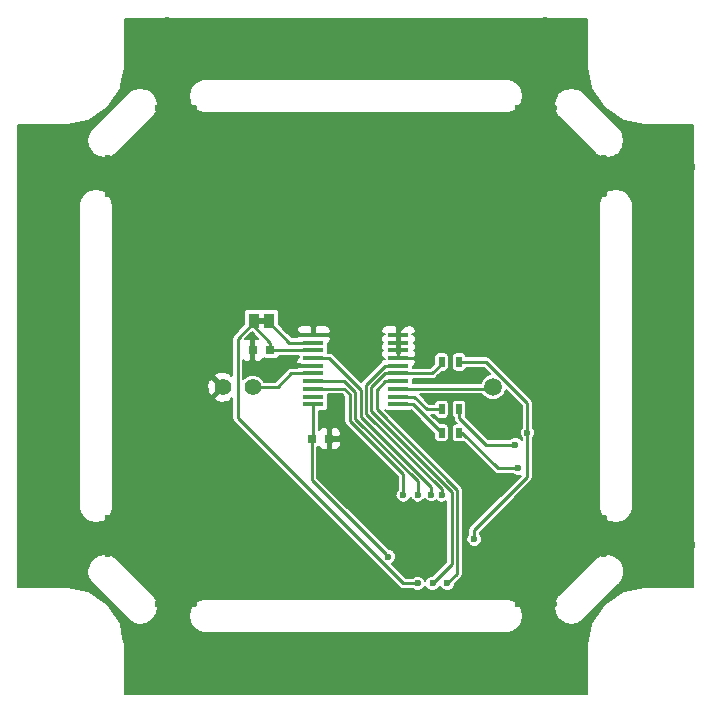
<source format=gbl>
G04 #@! TF.FileFunction,Copper,L2,Bot,Signal*
%FSLAX46Y46*%
G04 Gerber Fmt 4.6, Leading zero omitted, Abs format (unit mm)*
G04 Created by KiCad (PCBNEW 4.0.7) date Tue Jan 23 09:34:51 2018*
%MOMM*%
%LPD*%
G01*
G04 APERTURE LIST*
%ADD10C,0.100000*%
%ADD11C,0.500000*%
%ADD12C,6.400000*%
%ADD13C,0.600000*%
%ADD14R,0.800000X0.750000*%
%ADD15C,1.400000*%
%ADD16C,1.500000*%
%ADD17R,0.965200X1.270000*%
%ADD18R,0.500000X0.900000*%
%ADD19R,1.750000X0.450000*%
%ADD20C,0.250000*%
%ADD21C,0.200000*%
G04 APERTURE END LIST*
D10*
D11*
X20600000Y32000000D02*
X21400000Y32000000D01*
D12*
X44500000Y44500000D03*
D13*
X46900000Y44500000D03*
X46197056Y42802944D03*
X44500000Y42100000D03*
X42802944Y42802944D03*
X42100000Y44500000D03*
X42802944Y46197056D03*
X44500000Y46900000D03*
X46197056Y46197056D03*
D12*
X44500000Y13500000D03*
D13*
X46900000Y13500000D03*
X46197056Y11802944D03*
X44500000Y11100000D03*
X42802944Y11802944D03*
X42100000Y13500000D03*
X42802944Y15197056D03*
X44500000Y15900000D03*
X46197056Y15197056D03*
D12*
X13500000Y13500000D03*
D13*
X15900000Y13500000D03*
X15197056Y11802944D03*
X13500000Y11100000D03*
X11802944Y11802944D03*
X11100000Y13500000D03*
X11802944Y15197056D03*
X13500000Y15900000D03*
X15197056Y15197056D03*
D12*
X13500000Y44500000D03*
D13*
X15900000Y44500000D03*
X15197056Y42802944D03*
X13500000Y42100000D03*
X11802944Y42802944D03*
X11100000Y44500000D03*
X11802944Y46197056D03*
X13500000Y46900000D03*
X15197056Y46197056D03*
D12*
X45000000Y3500000D03*
D13*
X47400000Y3500000D03*
X46697056Y1802944D03*
X45000000Y1100000D03*
X43302944Y1802944D03*
X42600000Y3500000D03*
X43302944Y5197056D03*
X45000000Y5900000D03*
X46697056Y5197056D03*
D12*
X13000000Y3500000D03*
D13*
X15400000Y3500000D03*
X14697056Y1802944D03*
X13000000Y1100000D03*
X11302944Y1802944D03*
X10600000Y3500000D03*
X11302944Y5197056D03*
X13000000Y5900000D03*
X14697056Y5197056D03*
D12*
X45000000Y54500000D03*
D13*
X45000000Y56900000D03*
X46697056Y56197056D03*
X47400000Y54500000D03*
X46697056Y52802944D03*
X45000000Y52100000D03*
X43302944Y52802944D03*
X42600000Y54500000D03*
X43302944Y56197056D03*
D12*
X13000000Y54500000D03*
D13*
X15400000Y54500000D03*
X14697056Y52802944D03*
X13000000Y52100000D03*
X11302944Y52802944D03*
X10600000Y54500000D03*
X11302944Y56197056D03*
X13000000Y56900000D03*
X14697056Y56197056D03*
D12*
X54500000Y13000000D03*
D13*
X56900000Y13000000D03*
X56197056Y11302944D03*
X54500000Y10600000D03*
X52802944Y11302944D03*
X52100000Y13000000D03*
X52802944Y14697056D03*
X54500000Y15400000D03*
X56197056Y14697056D03*
D12*
X54500000Y45000000D03*
D13*
X56900000Y45000000D03*
X56197056Y43302944D03*
X54500000Y42600000D03*
X52802944Y43302944D03*
X52100000Y45000000D03*
X52802944Y46697056D03*
X54500000Y47400000D03*
X56197056Y46697056D03*
D14*
X26750000Y22000000D03*
X25250000Y22000000D03*
X20250000Y29500000D03*
X21750000Y29500000D03*
D15*
X20280000Y26360000D03*
X17740000Y26360000D03*
D16*
X40600000Y26360000D03*
D17*
X20365000Y32000000D03*
X21635000Y32000000D03*
D18*
X37750000Y28500000D03*
X36250000Y28500000D03*
X36250000Y24500000D03*
X37750000Y24500000D03*
X37750000Y22500000D03*
X36250000Y22500000D03*
D12*
X3500000Y13000000D03*
D13*
X5900000Y13000000D03*
X5197056Y11302944D03*
X3500000Y10600000D03*
X1802944Y11302944D03*
X1100000Y13000000D03*
X1802944Y14697056D03*
X3500000Y15400000D03*
X5197056Y14697056D03*
D12*
X3500000Y45000000D03*
D13*
X5900000Y45000000D03*
X5197056Y43302944D03*
X3500000Y42600000D03*
X1802944Y43302944D03*
X1100000Y45000000D03*
X1802944Y46697056D03*
X3500000Y47400000D03*
X5197056Y46697056D03*
D19*
X25400000Y24925000D03*
X25400000Y25575000D03*
X25400000Y26225000D03*
X25400000Y26875000D03*
X25400000Y27525000D03*
X25400000Y28175000D03*
X25400000Y28825000D03*
X25400000Y29475000D03*
X25400000Y30125000D03*
X25400000Y30775000D03*
X32600000Y30775000D03*
X32600000Y30125000D03*
X32600000Y29475000D03*
X32600000Y28825000D03*
X32600000Y28175000D03*
X32600000Y27525000D03*
X32600000Y26875000D03*
X32600000Y26225000D03*
X32600000Y25575000D03*
X32600000Y24925000D03*
D13*
X8000000Y12250000D03*
X8000000Y13250000D03*
X8000000Y14250000D03*
X8000000Y15250000D03*
X12250000Y8000000D03*
X13250000Y8000000D03*
X14250000Y8000000D03*
X15250000Y8000000D03*
X45750000Y8000000D03*
X44750000Y8000000D03*
X43750000Y8000000D03*
X42750000Y8000000D03*
X50000000Y12250000D03*
X50000000Y13250000D03*
X50000000Y14250000D03*
X50000000Y15250000D03*
X50000000Y45750000D03*
X50000000Y44750000D03*
X50000000Y43750000D03*
X50000000Y42750000D03*
X45750000Y50000000D03*
X44750000Y50000000D03*
X43750000Y50000000D03*
X42750000Y50000000D03*
X8000000Y45750000D03*
X8000000Y44750000D03*
X8000000Y43750000D03*
X8000000Y42750000D03*
X15250000Y50000000D03*
X14250000Y50000000D03*
X13250000Y50000000D03*
X12250000Y50000000D03*
X27750000Y22000000D03*
X38200022Y17250000D03*
X45000000Y18250000D03*
X34500000Y29250000D03*
X33250000Y31750000D03*
X23750000Y31250000D03*
X23250000Y28250000D03*
X43500000Y22500000D03*
X31750004Y12000000D03*
X39000000Y13500000D03*
X34250000Y9750000D03*
X42500000Y21500000D03*
X42750000Y19500000D03*
X33000000Y17250000D03*
X34250000Y17250000D03*
X35374980Y17278018D03*
X35500000Y9750000D03*
X36250000Y17250000D03*
X36750000Y9750000D03*
D20*
X8000000Y13250000D02*
X8000000Y12250000D01*
X8000000Y15250000D02*
X8000000Y14250000D01*
X13250000Y8000000D02*
X12250000Y8000000D01*
X15250000Y8000000D02*
X14250000Y8000000D01*
X44750000Y8000000D02*
X45750000Y8000000D01*
X42750000Y8000000D02*
X43750000Y8000000D01*
X50000000Y13250000D02*
X50000000Y12250000D01*
X50000000Y15250000D02*
X50000000Y14250000D01*
X50000000Y44750000D02*
X50000000Y45750000D01*
X50000000Y42750000D02*
X50000000Y43750000D01*
X44750000Y50000000D02*
X45750000Y50000000D01*
X42750000Y50000000D02*
X43750000Y50000000D01*
X8000000Y44750000D02*
X8000000Y45750000D01*
X8000000Y42750000D02*
X8000000Y43750000D01*
X14250000Y50000000D02*
X15250000Y50000000D01*
X12250000Y50000000D02*
X13250000Y50000000D01*
X26750000Y22000000D02*
X27750000Y22000000D01*
X32600000Y28825000D02*
X34075000Y28825000D01*
X34075000Y28825000D02*
X34500000Y29250000D01*
X32600000Y30775000D02*
X32600000Y31100000D01*
X32600000Y31100000D02*
X33250000Y31750000D01*
X32600000Y30125000D02*
X32600000Y30775000D01*
X32600000Y29475000D02*
X32600000Y30125000D01*
X32600000Y28825000D02*
X32600000Y29475000D01*
X25400000Y30775000D02*
X24225000Y30775000D01*
X24225000Y30775000D02*
X23750000Y31250000D01*
X25400000Y28175000D02*
X23325000Y28175000D01*
X23325000Y28175000D02*
X23250000Y28250000D01*
X43500000Y18750000D02*
X43500000Y22500000D01*
X43500000Y22500000D02*
X43500000Y25000000D01*
X39000000Y13500000D02*
X39000000Y14250000D01*
X39000000Y14250000D02*
X43500000Y18750000D01*
X43500000Y25000000D02*
X40000000Y28500000D01*
X40000000Y28500000D02*
X38250000Y28500000D01*
X38250000Y28500000D02*
X37750000Y28500000D01*
X25250000Y18500004D02*
X31450005Y12299999D01*
X31450005Y12299999D02*
X31750004Y12000000D01*
X25250000Y22000000D02*
X25250000Y18500004D01*
X25400000Y24925000D02*
X25400000Y22150000D01*
X25400000Y22150000D02*
X25250000Y22000000D01*
X20365000Y32000000D02*
X20365000Y31847600D01*
X20365000Y31847600D02*
X19000000Y30482600D01*
X19000000Y30482600D02*
X19000000Y23750000D01*
X19000000Y23750000D02*
X33000000Y9750000D01*
X33000000Y9750000D02*
X33500000Y9750000D01*
X33500000Y9750000D02*
X34250000Y9750000D01*
X21750000Y29500000D02*
X21750000Y30125000D01*
X21750000Y30125000D02*
X20365000Y31510000D01*
X20365000Y31510000D02*
X20365000Y32000000D01*
X25400000Y29475000D02*
X21775000Y29475000D01*
X21775000Y29475000D02*
X21750000Y29500000D01*
X37750000Y24500000D02*
X37750000Y23750000D01*
X37750000Y23750000D02*
X40000000Y21500000D01*
X40000000Y21500000D02*
X42500000Y21500000D01*
X37750000Y22500000D02*
X38000000Y22500000D01*
X38000000Y22500000D02*
X41000000Y19500000D01*
X41000000Y19500000D02*
X42750000Y19500000D01*
X28500000Y25750000D02*
X28025000Y26225000D01*
X28025000Y26225000D02*
X26525000Y26225000D01*
X26525000Y26225000D02*
X25400000Y26225000D01*
X33000000Y19000000D02*
X28500000Y23500000D01*
X33000000Y17250000D02*
X33000000Y19000000D01*
X28500000Y23500000D02*
X28500000Y25750000D01*
X34250000Y17250000D02*
X34250000Y18386410D01*
X34250000Y18386410D02*
X28950011Y23686399D01*
X28011411Y26875000D02*
X26525000Y26875000D01*
X26525000Y26875000D02*
X25400000Y26875000D01*
X28950011Y25936400D02*
X28011411Y26875000D01*
X28950011Y23686399D02*
X28950011Y25936400D01*
X29400022Y23872799D02*
X35374980Y17897841D01*
X35374980Y17897841D02*
X35374980Y17702282D01*
X35374980Y17702282D02*
X35374980Y17278018D01*
X29400022Y26122800D02*
X29400022Y23872799D01*
X26697822Y28825000D02*
X29400022Y26122800D01*
X25400000Y28825000D02*
X26697822Y28825000D01*
X37125001Y17488589D02*
X37125001Y11375001D01*
X30300044Y24313545D02*
X37125001Y17488589D01*
X37125001Y11375001D02*
X35799999Y10049999D01*
X32600000Y27525000D02*
X31475000Y27525000D01*
X30300044Y26350044D02*
X30300044Y24313545D01*
X35799999Y10049999D02*
X35500000Y9750000D01*
X31475000Y27525000D02*
X30300044Y26350044D01*
X32600000Y27525000D02*
X35475000Y27525000D01*
X36250000Y28300000D02*
X36250000Y28500000D01*
X35475000Y27525000D02*
X36250000Y28300000D01*
X32600000Y28175000D02*
X31475000Y28175000D01*
X31475000Y28175000D02*
X29850033Y26550033D01*
X29850033Y26550033D02*
X29850033Y24127145D01*
X29850033Y24127145D02*
X36250000Y17727178D01*
X36250000Y17674264D02*
X36250000Y17250000D01*
X36250000Y17727178D02*
X36250000Y17674264D01*
X37575012Y17674988D02*
X30750055Y24499945D01*
X36750000Y9750000D02*
X37575012Y10575012D01*
X37575012Y10575012D02*
X37575012Y17674988D01*
X30750055Y24499945D02*
X30750055Y26150055D01*
X30750055Y26150055D02*
X31475000Y26875000D01*
X31475000Y26875000D02*
X32600000Y26875000D01*
X23525000Y27525000D02*
X22360000Y26360000D01*
X22360000Y26360000D02*
X20280000Y26360000D01*
X25400000Y27525000D02*
X23525000Y27525000D01*
X32600000Y26225000D02*
X40465000Y26225000D01*
X40465000Y26225000D02*
X40600000Y26360000D01*
X25400000Y30125000D02*
X23357600Y30125000D01*
X23357600Y30125000D02*
X21635000Y31847600D01*
X21635000Y31847600D02*
X21635000Y32000000D01*
X32600000Y25575000D02*
X33925000Y25575000D01*
X33925000Y25575000D02*
X35000000Y24500000D01*
X35000000Y24500000D02*
X36250000Y24500000D01*
X32600000Y24925000D02*
X33825000Y24925000D01*
X33825000Y24925000D02*
X36250000Y22500000D01*
D21*
G36*
X48575000Y53500000D02*
X48583166Y53458947D01*
X48583166Y53417087D01*
X48925708Y51695013D01*
X48925708Y51695011D01*
X48989167Y51541808D01*
X49964644Y50081902D01*
X50081902Y49964644D01*
X51541807Y48989168D01*
X51541808Y48989167D01*
X51695012Y48925708D01*
X53417086Y48583166D01*
X53458947Y48583166D01*
X53500000Y48575000D01*
X57575000Y48575000D01*
X57575000Y9425000D01*
X53500000Y9425000D01*
X53458947Y9416834D01*
X53417086Y9416834D01*
X51695012Y9074292D01*
X51541808Y9010833D01*
X51541807Y9010832D01*
X50081902Y8035356D01*
X49964644Y7918098D01*
X48989167Y6458192D01*
X48928711Y6312237D01*
X48925708Y6304988D01*
X48583166Y4582913D01*
X48583166Y4541053D01*
X48575000Y4500000D01*
X48575000Y425000D01*
X9425000Y425000D01*
X9425000Y971274D01*
X12349888Y971274D01*
X12448636Y732286D01*
X12631324Y549278D01*
X12870140Y450113D01*
X13128726Y449888D01*
X13367714Y548636D01*
X13550722Y731324D01*
X13649887Y970140D01*
X13649887Y971274D01*
X44349888Y971274D01*
X44448636Y732286D01*
X44631324Y549278D01*
X44870140Y450113D01*
X45128726Y449888D01*
X45367714Y548636D01*
X45550722Y731324D01*
X45649887Y970140D01*
X45650112Y1228726D01*
X45551364Y1467714D01*
X45368676Y1650722D01*
X45312092Y1674218D01*
X46046944Y1674218D01*
X46145692Y1435230D01*
X46328380Y1252222D01*
X46567196Y1153057D01*
X46825782Y1152832D01*
X47064770Y1251580D01*
X47247778Y1434268D01*
X47346943Y1673084D01*
X47347168Y1931670D01*
X47248420Y2170658D01*
X47065732Y2353666D01*
X46826916Y2452831D01*
X46568330Y2453056D01*
X46329342Y2354308D01*
X46146334Y2171620D01*
X46047169Y1932804D01*
X46046944Y1674218D01*
X45312092Y1674218D01*
X45129860Y1749887D01*
X44871274Y1750112D01*
X44632286Y1651364D01*
X44449278Y1468676D01*
X44350113Y1229860D01*
X44349888Y971274D01*
X13649887Y971274D01*
X13650112Y1228726D01*
X13551364Y1467714D01*
X13368676Y1650722D01*
X13312092Y1674218D01*
X14046944Y1674218D01*
X14145692Y1435230D01*
X14328380Y1252222D01*
X14567196Y1153057D01*
X14825782Y1152832D01*
X15064770Y1251580D01*
X15247778Y1434268D01*
X15346943Y1673084D01*
X15346943Y1674218D01*
X42652832Y1674218D01*
X42751580Y1435230D01*
X42934268Y1252222D01*
X43173084Y1153057D01*
X43431670Y1152832D01*
X43670658Y1251580D01*
X43853666Y1434268D01*
X43952831Y1673084D01*
X43953056Y1931670D01*
X43854308Y2170658D01*
X43671620Y2353666D01*
X43432804Y2452831D01*
X43174218Y2453056D01*
X42935230Y2354308D01*
X42752222Y2171620D01*
X42653057Y1932804D01*
X42652832Y1674218D01*
X15346943Y1674218D01*
X15347168Y1931670D01*
X15248420Y2170658D01*
X15065732Y2353666D01*
X14826916Y2452831D01*
X14568330Y2453056D01*
X14329342Y2354308D01*
X14146334Y2171620D01*
X14047169Y1932804D01*
X14046944Y1674218D01*
X13312092Y1674218D01*
X13129860Y1749887D01*
X12871274Y1750112D01*
X12632286Y1651364D01*
X12449278Y1468676D01*
X12350113Y1229860D01*
X12349888Y971274D01*
X9425000Y971274D01*
X9425000Y1674218D01*
X10652832Y1674218D01*
X10751580Y1435230D01*
X10934268Y1252222D01*
X11173084Y1153057D01*
X11431670Y1152832D01*
X11670658Y1251580D01*
X11853666Y1434268D01*
X11952831Y1673084D01*
X11953056Y1931670D01*
X11854308Y2170658D01*
X11671620Y2353666D01*
X11432804Y2452831D01*
X11174218Y2453056D01*
X10935230Y2354308D01*
X10752222Y2171620D01*
X10653057Y1932804D01*
X10652832Y1674218D01*
X9425000Y1674218D01*
X9425000Y3371274D01*
X9949888Y3371274D01*
X10048636Y3132286D01*
X10231324Y2949278D01*
X10470140Y2850113D01*
X10728726Y2849888D01*
X10967714Y2948636D01*
X11150722Y3131324D01*
X11249887Y3370140D01*
X11249887Y3371274D01*
X14749888Y3371274D01*
X14848636Y3132286D01*
X15031324Y2949278D01*
X15270140Y2850113D01*
X15528726Y2849888D01*
X15767714Y2948636D01*
X15950722Y3131324D01*
X16049887Y3370140D01*
X16049887Y3371274D01*
X41949888Y3371274D01*
X42048636Y3132286D01*
X42231324Y2949278D01*
X42470140Y2850113D01*
X42728726Y2849888D01*
X42967714Y2948636D01*
X43150722Y3131324D01*
X43249887Y3370140D01*
X43249887Y3371274D01*
X46749888Y3371274D01*
X46848636Y3132286D01*
X47031324Y2949278D01*
X47270140Y2850113D01*
X47528726Y2849888D01*
X47767714Y2948636D01*
X47950722Y3131324D01*
X48049887Y3370140D01*
X48050112Y3628726D01*
X47951364Y3867714D01*
X47768676Y4050722D01*
X47529860Y4149887D01*
X47271274Y4150112D01*
X47032286Y4051364D01*
X46849278Y3868676D01*
X46750113Y3629860D01*
X46749888Y3371274D01*
X43249887Y3371274D01*
X43250112Y3628726D01*
X43151364Y3867714D01*
X42968676Y4050722D01*
X42729860Y4149887D01*
X42471274Y4150112D01*
X42232286Y4051364D01*
X42049278Y3868676D01*
X41950113Y3629860D01*
X41949888Y3371274D01*
X16049887Y3371274D01*
X16050112Y3628726D01*
X15951364Y3867714D01*
X15768676Y4050722D01*
X15529860Y4149887D01*
X15271274Y4150112D01*
X15032286Y4051364D01*
X14849278Y3868676D01*
X14750113Y3629860D01*
X14749888Y3371274D01*
X11249887Y3371274D01*
X11250112Y3628726D01*
X11151364Y3867714D01*
X10968676Y4050722D01*
X10729860Y4149887D01*
X10471274Y4150112D01*
X10232286Y4051364D01*
X10049278Y3868676D01*
X9950113Y3629860D01*
X9949888Y3371274D01*
X9425000Y3371274D01*
X9425000Y4500000D01*
X9416834Y4541053D01*
X9416834Y4582914D01*
X9320279Y5068330D01*
X10652832Y5068330D01*
X10751580Y4829342D01*
X10934268Y4646334D01*
X11173084Y4547169D01*
X11431670Y4546944D01*
X11670658Y4645692D01*
X11853666Y4828380D01*
X11952831Y5067196D01*
X11952831Y5068330D01*
X14046944Y5068330D01*
X14145692Y4829342D01*
X14328380Y4646334D01*
X14567196Y4547169D01*
X14825782Y4546944D01*
X15064770Y4645692D01*
X15247778Y4828380D01*
X15346943Y5067196D01*
X15346943Y5068330D01*
X42652832Y5068330D01*
X42751580Y4829342D01*
X42934268Y4646334D01*
X43173084Y4547169D01*
X43431670Y4546944D01*
X43670658Y4645692D01*
X43853666Y4828380D01*
X43952831Y5067196D01*
X43952831Y5068330D01*
X46046944Y5068330D01*
X46145692Y4829342D01*
X46328380Y4646334D01*
X46567196Y4547169D01*
X46825782Y4546944D01*
X47064770Y4645692D01*
X47247778Y4828380D01*
X47346943Y5067196D01*
X47347168Y5325782D01*
X47248420Y5564770D01*
X47065732Y5747778D01*
X46826916Y5846943D01*
X46568330Y5847168D01*
X46329342Y5748420D01*
X46146334Y5565732D01*
X46047169Y5326916D01*
X46046944Y5068330D01*
X43952831Y5068330D01*
X43953056Y5325782D01*
X43854308Y5564770D01*
X43671620Y5747778D01*
X43615036Y5771274D01*
X44349888Y5771274D01*
X44448636Y5532286D01*
X44631324Y5349278D01*
X44870140Y5250113D01*
X45128726Y5249888D01*
X45367714Y5348636D01*
X45550722Y5531324D01*
X45649887Y5770140D01*
X45650112Y6028726D01*
X45551364Y6267714D01*
X45368676Y6450722D01*
X45129860Y6549887D01*
X44871274Y6550112D01*
X44632286Y6451364D01*
X44449278Y6268676D01*
X44350113Y6029860D01*
X44349888Y5771274D01*
X43615036Y5771274D01*
X43432804Y5846943D01*
X43174218Y5847168D01*
X42935230Y5748420D01*
X42752222Y5565732D01*
X42653057Y5326916D01*
X42652832Y5068330D01*
X15346943Y5068330D01*
X15347168Y5325782D01*
X15248420Y5564770D01*
X15065732Y5747778D01*
X14826916Y5846943D01*
X14568330Y5847168D01*
X14329342Y5748420D01*
X14146334Y5565732D01*
X14047169Y5326916D01*
X14046944Y5068330D01*
X11952831Y5068330D01*
X11953056Y5325782D01*
X11854308Y5564770D01*
X11671620Y5747778D01*
X11615036Y5771274D01*
X12349888Y5771274D01*
X12448636Y5532286D01*
X12631324Y5349278D01*
X12870140Y5250113D01*
X13128726Y5249888D01*
X13367714Y5348636D01*
X13550722Y5531324D01*
X13649887Y5770140D01*
X13650112Y6028726D01*
X13551364Y6267714D01*
X13368676Y6450722D01*
X13129860Y6549887D01*
X12871274Y6550112D01*
X12632286Y6451364D01*
X12449278Y6268676D01*
X12350113Y6029860D01*
X12349888Y5771274D01*
X11615036Y5771274D01*
X11432804Y5846943D01*
X11174218Y5847168D01*
X10935230Y5748420D01*
X10752222Y5565732D01*
X10653057Y5326916D01*
X10652832Y5068330D01*
X9320279Y5068330D01*
X9074292Y6304988D01*
X9010833Y6458192D01*
X9010832Y6458193D01*
X8035356Y7918098D01*
X7918098Y8035356D01*
X6458192Y9010833D01*
X6304989Y9074292D01*
X6304988Y9074292D01*
X4582913Y9416834D01*
X4541053Y9416834D01*
X4500000Y9425000D01*
X425000Y9425000D01*
X425000Y10471274D01*
X2849888Y10471274D01*
X2948636Y10232286D01*
X3131324Y10049278D01*
X3370140Y9950113D01*
X3628726Y9949888D01*
X3867714Y10048636D01*
X4050722Y10231324D01*
X4149887Y10470140D01*
X4150112Y10728726D01*
X4051364Y10967714D01*
X3868676Y11150722D01*
X3812092Y11174218D01*
X4546944Y11174218D01*
X4645692Y10935230D01*
X4828380Y10752222D01*
X5067196Y10653057D01*
X5325782Y10652832D01*
X5564770Y10751580D01*
X5646245Y10832913D01*
X6272506Y10832913D01*
X6272506Y10667087D01*
X6353244Y10261190D01*
X6353244Y10261189D01*
X6416703Y10107986D01*
X6646625Y9763883D01*
X6676225Y9734283D01*
X6699480Y9699480D01*
X9699480Y6699479D01*
X9734285Y6676223D01*
X9763883Y6646625D01*
X10107986Y6416703D01*
X10261189Y6353244D01*
X10261190Y6353244D01*
X10667087Y6272506D01*
X10832913Y6272506D01*
X11238810Y6353244D01*
X11238811Y6353244D01*
X11392014Y6416703D01*
X11736117Y6646625D01*
X11853375Y6763883D01*
X12066544Y7082914D01*
X14833166Y7082914D01*
X14833166Y6917087D01*
X14909286Y6534404D01*
X14909286Y6534403D01*
X14972745Y6381200D01*
X15189518Y6056776D01*
X15306776Y5939518D01*
X15631197Y5722748D01*
X15631200Y5722745D01*
X15739531Y5677873D01*
X15784403Y5659286D01*
X15784404Y5659286D01*
X16167087Y5583166D01*
X16208947Y5583166D01*
X16250000Y5575000D01*
X41750000Y5575000D01*
X41791053Y5583166D01*
X41832913Y5583166D01*
X42215596Y5659286D01*
X42215597Y5659286D01*
X42368800Y5722745D01*
X42693224Y5939518D01*
X42810482Y6056776D01*
X43027252Y6381197D01*
X43027255Y6381200D01*
X43090714Y6534404D01*
X43166834Y6917087D01*
X43166834Y7082914D01*
X43090714Y7465596D01*
X43027255Y7618800D01*
X43027252Y7618803D01*
X42884190Y7832913D01*
X45772506Y7832913D01*
X45772506Y7667087D01*
X45853244Y7261190D01*
X45853244Y7261189D01*
X45916703Y7107986D01*
X46146625Y6763883D01*
X46263883Y6646625D01*
X46607986Y6416703D01*
X46761189Y6353244D01*
X46761190Y6353244D01*
X47167087Y6272506D01*
X47332913Y6272506D01*
X47738810Y6353244D01*
X47738811Y6353244D01*
X47892014Y6416703D01*
X48236117Y6646625D01*
X48265717Y6676225D01*
X48300520Y6699480D01*
X51300521Y9699480D01*
X51323777Y9734285D01*
X51353375Y9763883D01*
X51583297Y10107986D01*
X51646756Y10261189D01*
X51646756Y10261190D01*
X51688544Y10471274D01*
X53849888Y10471274D01*
X53948636Y10232286D01*
X54131324Y10049278D01*
X54370140Y9950113D01*
X54628726Y9949888D01*
X54867714Y10048636D01*
X55050722Y10231324D01*
X55149887Y10470140D01*
X55150112Y10728726D01*
X55051364Y10967714D01*
X54868676Y11150722D01*
X54812092Y11174218D01*
X55546944Y11174218D01*
X55645692Y10935230D01*
X55828380Y10752222D01*
X56067196Y10653057D01*
X56325782Y10652832D01*
X56564770Y10751580D01*
X56747778Y10934268D01*
X56846943Y11173084D01*
X56847168Y11431670D01*
X56748420Y11670658D01*
X56565732Y11853666D01*
X56326916Y11952831D01*
X56068330Y11953056D01*
X55829342Y11854308D01*
X55646334Y11671620D01*
X55547169Y11432804D01*
X55546944Y11174218D01*
X54812092Y11174218D01*
X54629860Y11249887D01*
X54371274Y11250112D01*
X54132286Y11151364D01*
X53949278Y10968676D01*
X53850113Y10729860D01*
X53849888Y10471274D01*
X51688544Y10471274D01*
X51727494Y10667087D01*
X51727494Y10832913D01*
X51659605Y11174218D01*
X52152832Y11174218D01*
X52251580Y10935230D01*
X52434268Y10752222D01*
X52673084Y10653057D01*
X52931670Y10652832D01*
X53170658Y10751580D01*
X53353666Y10934268D01*
X53452831Y11173084D01*
X53453056Y11431670D01*
X53354308Y11670658D01*
X53171620Y11853666D01*
X52932804Y11952831D01*
X52674218Y11953056D01*
X52435230Y11854308D01*
X52252222Y11671620D01*
X52153057Y11432804D01*
X52152832Y11174218D01*
X51659605Y11174218D01*
X51646756Y11238810D01*
X51636371Y11263883D01*
X51583297Y11392014D01*
X51353375Y11736117D01*
X51236117Y11853375D01*
X50892014Y12083297D01*
X50738811Y12146756D01*
X50738810Y12146756D01*
X50332913Y12227494D01*
X50167087Y12227494D01*
X49761190Y12146756D01*
X49607986Y12083297D01*
X49263883Y11853375D01*
X49234285Y11823777D01*
X49199480Y11800521D01*
X46199480Y8800520D01*
X46176225Y8765717D01*
X46146625Y8736117D01*
X45916703Y8392014D01*
X45863630Y8263883D01*
X45853244Y8238810D01*
X45772506Y7832913D01*
X42884190Y7832913D01*
X42810482Y7943224D01*
X42693224Y8060482D01*
X42368800Y8277255D01*
X42215597Y8340714D01*
X42215596Y8340714D01*
X41832913Y8416834D01*
X41791053Y8416834D01*
X41750000Y8425000D01*
X16250000Y8425000D01*
X16208947Y8416834D01*
X16167087Y8416834D01*
X15784404Y8340714D01*
X15739531Y8322127D01*
X15631200Y8277255D01*
X15631197Y8277252D01*
X15306776Y8060482D01*
X15189518Y7943224D01*
X14972745Y7618800D01*
X14929287Y7513883D01*
X14909286Y7465596D01*
X14833166Y7082914D01*
X12066544Y7082914D01*
X12083297Y7107986D01*
X12146756Y7261189D01*
X12146756Y7261190D01*
X12227494Y7667087D01*
X12227494Y7832913D01*
X12146756Y8238810D01*
X12136371Y8263883D01*
X12083297Y8392014D01*
X11853375Y8736117D01*
X11823777Y8765715D01*
X11800521Y8800520D01*
X9629767Y10971274D01*
X12849888Y10971274D01*
X12948636Y10732286D01*
X13131324Y10549278D01*
X13370140Y10450113D01*
X13628726Y10449888D01*
X13867714Y10548636D01*
X14050722Y10731324D01*
X14149887Y10970140D01*
X14150112Y11228726D01*
X14051364Y11467714D01*
X13868676Y11650722D01*
X13812092Y11674218D01*
X14546944Y11674218D01*
X14645692Y11435230D01*
X14828380Y11252222D01*
X15067196Y11153057D01*
X15325782Y11152832D01*
X15564770Y11251580D01*
X15747778Y11434268D01*
X15846943Y11673084D01*
X15847168Y11931670D01*
X15748420Y12170658D01*
X15565732Y12353666D01*
X15326916Y12452831D01*
X15068330Y12453056D01*
X14829342Y12354308D01*
X14646334Y12171620D01*
X14547169Y11932804D01*
X14546944Y11674218D01*
X13812092Y11674218D01*
X13629860Y11749887D01*
X13371274Y11750112D01*
X13132286Y11651364D01*
X12949278Y11468676D01*
X12850113Y11229860D01*
X12849888Y10971274D01*
X9629767Y10971274D01*
X8926823Y11674218D01*
X11152832Y11674218D01*
X11251580Y11435230D01*
X11434268Y11252222D01*
X11673084Y11153057D01*
X11931670Y11152832D01*
X12170658Y11251580D01*
X12353666Y11434268D01*
X12452831Y11673084D01*
X12453056Y11931670D01*
X12354308Y12170658D01*
X12171620Y12353666D01*
X11932804Y12452831D01*
X11674218Y12453056D01*
X11435230Y12354308D01*
X11252222Y12171620D01*
X11153057Y11932804D01*
X11152832Y11674218D01*
X8926823Y11674218D01*
X8800520Y11800520D01*
X8765717Y11823775D01*
X8736117Y11853375D01*
X8392014Y12083297D01*
X8238811Y12146756D01*
X8238810Y12146756D01*
X7832913Y12227494D01*
X7667087Y12227494D01*
X7261190Y12146756D01*
X7107986Y12083297D01*
X6763883Y11853375D01*
X6646625Y11736117D01*
X6416703Y11392014D01*
X6363630Y11263883D01*
X6353244Y11238810D01*
X6272506Y10832913D01*
X5646245Y10832913D01*
X5747778Y10934268D01*
X5846943Y11173084D01*
X5847168Y11431670D01*
X5748420Y11670658D01*
X5565732Y11853666D01*
X5326916Y11952831D01*
X5068330Y11953056D01*
X4829342Y11854308D01*
X4646334Y11671620D01*
X4547169Y11432804D01*
X4546944Y11174218D01*
X3812092Y11174218D01*
X3629860Y11249887D01*
X3371274Y11250112D01*
X3132286Y11151364D01*
X2949278Y10968676D01*
X2850113Y10729860D01*
X2849888Y10471274D01*
X425000Y10471274D01*
X425000Y11174218D01*
X1152832Y11174218D01*
X1251580Y10935230D01*
X1434268Y10752222D01*
X1673084Y10653057D01*
X1931670Y10652832D01*
X2170658Y10751580D01*
X2353666Y10934268D01*
X2452831Y11173084D01*
X2453056Y11431670D01*
X2354308Y11670658D01*
X2171620Y11853666D01*
X1932804Y11952831D01*
X1674218Y11953056D01*
X1435230Y11854308D01*
X1252222Y11671620D01*
X1153057Y11432804D01*
X1152832Y11174218D01*
X425000Y11174218D01*
X425000Y12871274D01*
X449888Y12871274D01*
X548636Y12632286D01*
X731324Y12449278D01*
X970140Y12350113D01*
X1228726Y12349888D01*
X1467714Y12448636D01*
X1650722Y12631324D01*
X1749887Y12870140D01*
X1749887Y12871274D01*
X5249888Y12871274D01*
X5348636Y12632286D01*
X5531324Y12449278D01*
X5770140Y12350113D01*
X6028726Y12349888D01*
X6267714Y12448636D01*
X6450722Y12631324D01*
X6549887Y12870140D01*
X6550112Y13128726D01*
X6451364Y13367714D01*
X6447811Y13371274D01*
X10449888Y13371274D01*
X10548636Y13132286D01*
X10731324Y12949278D01*
X10970140Y12850113D01*
X11228726Y12849888D01*
X11467714Y12948636D01*
X11650722Y13131324D01*
X11749887Y13370140D01*
X11749887Y13371274D01*
X15249888Y13371274D01*
X15348636Y13132286D01*
X15531324Y12949278D01*
X15770140Y12850113D01*
X16028726Y12849888D01*
X16267714Y12948636D01*
X16450722Y13131324D01*
X16549887Y13370140D01*
X16550112Y13628726D01*
X16451364Y13867714D01*
X16268676Y14050722D01*
X16029860Y14149887D01*
X15771274Y14150112D01*
X15532286Y14051364D01*
X15349278Y13868676D01*
X15250113Y13629860D01*
X15249888Y13371274D01*
X11749887Y13371274D01*
X11750112Y13628726D01*
X11651364Y13867714D01*
X11468676Y14050722D01*
X11229860Y14149887D01*
X10971274Y14150112D01*
X10732286Y14051364D01*
X10549278Y13868676D01*
X10450113Y13629860D01*
X10449888Y13371274D01*
X6447811Y13371274D01*
X6268676Y13550722D01*
X6029860Y13649887D01*
X5771274Y13650112D01*
X5532286Y13551364D01*
X5349278Y13368676D01*
X5250113Y13129860D01*
X5249888Y12871274D01*
X1749887Y12871274D01*
X1750112Y13128726D01*
X1651364Y13367714D01*
X1468676Y13550722D01*
X1229860Y13649887D01*
X971274Y13650112D01*
X732286Y13551364D01*
X549278Y13368676D01*
X450113Y13129860D01*
X449888Y12871274D01*
X425000Y12871274D01*
X425000Y14568330D01*
X1152832Y14568330D01*
X1251580Y14329342D01*
X1434268Y14146334D01*
X1673084Y14047169D01*
X1931670Y14046944D01*
X2170658Y14145692D01*
X2353666Y14328380D01*
X2452831Y14567196D01*
X2452831Y14568330D01*
X4546944Y14568330D01*
X4645692Y14329342D01*
X4828380Y14146334D01*
X5067196Y14047169D01*
X5325782Y14046944D01*
X5564770Y14145692D01*
X5747778Y14328380D01*
X5846943Y14567196D01*
X5847168Y14825782D01*
X5748420Y15064770D01*
X5565732Y15247778D01*
X5326916Y15346943D01*
X5068330Y15347168D01*
X4829342Y15248420D01*
X4646334Y15065732D01*
X4547169Y14826916D01*
X4546944Y14568330D01*
X2452831Y14568330D01*
X2453056Y14825782D01*
X2354308Y15064770D01*
X2171620Y15247778D01*
X2115036Y15271274D01*
X2849888Y15271274D01*
X2948636Y15032286D01*
X3131324Y14849278D01*
X3370140Y14750113D01*
X3628726Y14749888D01*
X3867714Y14848636D01*
X4050722Y15031324D01*
X4149887Y15270140D01*
X4150112Y15528726D01*
X4051364Y15767714D01*
X3868676Y15950722D01*
X3629860Y16049887D01*
X3371274Y16050112D01*
X3132286Y15951364D01*
X2949278Y15768676D01*
X2850113Y15529860D01*
X2849888Y15271274D01*
X2115036Y15271274D01*
X1932804Y15346943D01*
X1674218Y15347168D01*
X1435230Y15248420D01*
X1252222Y15065732D01*
X1153057Y14826916D01*
X1152832Y14568330D01*
X425000Y14568330D01*
X425000Y41750000D01*
X5575000Y41750000D01*
X5575000Y16250000D01*
X5583166Y16208947D01*
X5583166Y16167087D01*
X5659286Y15784404D01*
X5659286Y15784403D01*
X5722745Y15631200D01*
X5939518Y15306776D01*
X6056776Y15189518D01*
X6381197Y14972748D01*
X6381200Y14972745D01*
X6489531Y14927873D01*
X6534403Y14909286D01*
X6534404Y14909286D01*
X6917087Y14833166D01*
X7082913Y14833166D01*
X7465596Y14909286D01*
X7465597Y14909286D01*
X7618800Y14972745D01*
X7761853Y15068330D01*
X11152832Y15068330D01*
X11251580Y14829342D01*
X11434268Y14646334D01*
X11673084Y14547169D01*
X11931670Y14546944D01*
X12170658Y14645692D01*
X12353666Y14828380D01*
X12452831Y15067196D01*
X12452831Y15068330D01*
X14546944Y15068330D01*
X14645692Y14829342D01*
X14828380Y14646334D01*
X15067196Y14547169D01*
X15325782Y14546944D01*
X15564770Y14645692D01*
X15747778Y14828380D01*
X15846943Y15067196D01*
X15847168Y15325782D01*
X15748420Y15564770D01*
X15565732Y15747778D01*
X15326916Y15846943D01*
X15068330Y15847168D01*
X14829342Y15748420D01*
X14646334Y15565732D01*
X14547169Y15326916D01*
X14546944Y15068330D01*
X12452831Y15068330D01*
X12453056Y15325782D01*
X12354308Y15564770D01*
X12171620Y15747778D01*
X12115036Y15771274D01*
X12849888Y15771274D01*
X12948636Y15532286D01*
X13131324Y15349278D01*
X13370140Y15250113D01*
X13628726Y15249888D01*
X13867714Y15348636D01*
X14050722Y15531324D01*
X14149887Y15770140D01*
X14150112Y16028726D01*
X14051364Y16267714D01*
X13868676Y16450722D01*
X13629860Y16549887D01*
X13371274Y16550112D01*
X13132286Y16451364D01*
X12949278Y16268676D01*
X12850113Y16029860D01*
X12849888Y15771274D01*
X12115036Y15771274D01*
X11932804Y15846943D01*
X11674218Y15847168D01*
X11435230Y15748420D01*
X11252222Y15565732D01*
X11153057Y15326916D01*
X11152832Y15068330D01*
X7761853Y15068330D01*
X7943224Y15189518D01*
X8060482Y15306776D01*
X8277252Y15631197D01*
X8277255Y15631200D01*
X8333801Y15767714D01*
X8340714Y15784403D01*
X8340714Y15784404D01*
X8416834Y16167087D01*
X8416834Y16208947D01*
X8425000Y16250000D01*
X8425000Y26519501D01*
X16415948Y26519501D01*
X16455697Y26000667D01*
X16577773Y25705947D01*
X16802697Y25640486D01*
X17522211Y26360000D01*
X16802697Y27079514D01*
X16577773Y27014053D01*
X16415948Y26519501D01*
X8425000Y26519501D01*
X8425000Y27297303D01*
X17020486Y27297303D01*
X17740000Y26577789D01*
X17754142Y26591931D01*
X17971931Y26374142D01*
X17957789Y26360000D01*
X17971931Y26345858D01*
X17754142Y26128069D01*
X17740000Y26142211D01*
X17020486Y25422697D01*
X17085947Y25197773D01*
X17580499Y25035948D01*
X18099333Y25075697D01*
X18394053Y25197773D01*
X18459513Y25422695D01*
X18525000Y25357208D01*
X18525000Y23750000D01*
X18561157Y23568225D01*
X18664124Y23414124D01*
X32664124Y9414124D01*
X32818225Y9311157D01*
X33000000Y9275000D01*
X33805734Y9275000D01*
X33881324Y9199278D01*
X34120140Y9100113D01*
X34378726Y9099888D01*
X34617714Y9198636D01*
X34800722Y9381324D01*
X34875061Y9560352D01*
X34948636Y9382286D01*
X35131324Y9199278D01*
X35370140Y9100113D01*
X35628726Y9099888D01*
X35867714Y9198636D01*
X36050722Y9381324D01*
X36125061Y9560352D01*
X36198636Y9382286D01*
X36381324Y9199278D01*
X36620140Y9100113D01*
X36878726Y9099888D01*
X37117714Y9198636D01*
X37300722Y9381324D01*
X37399887Y9620140D01*
X37399981Y9728229D01*
X37910888Y10239136D01*
X38013855Y10393237D01*
X38050012Y10575012D01*
X38050012Y10971274D01*
X43849888Y10971274D01*
X43948636Y10732286D01*
X44131324Y10549278D01*
X44370140Y10450113D01*
X44628726Y10449888D01*
X44867714Y10548636D01*
X45050722Y10731324D01*
X45149887Y10970140D01*
X45150112Y11228726D01*
X45051364Y11467714D01*
X44868676Y11650722D01*
X44812092Y11674218D01*
X45546944Y11674218D01*
X45645692Y11435230D01*
X45828380Y11252222D01*
X46067196Y11153057D01*
X46325782Y11152832D01*
X46564770Y11251580D01*
X46747778Y11434268D01*
X46846943Y11673084D01*
X46847168Y11931670D01*
X46748420Y12170658D01*
X46565732Y12353666D01*
X46326916Y12452831D01*
X46068330Y12453056D01*
X45829342Y12354308D01*
X45646334Y12171620D01*
X45547169Y11932804D01*
X45546944Y11674218D01*
X44812092Y11674218D01*
X44629860Y11749887D01*
X44371274Y11750112D01*
X44132286Y11651364D01*
X43949278Y11468676D01*
X43850113Y11229860D01*
X43849888Y10971274D01*
X38050012Y10971274D01*
X38050012Y11674218D01*
X42152832Y11674218D01*
X42251580Y11435230D01*
X42434268Y11252222D01*
X42673084Y11153057D01*
X42931670Y11152832D01*
X43170658Y11251580D01*
X43353666Y11434268D01*
X43452831Y11673084D01*
X43453056Y11931670D01*
X43354308Y12170658D01*
X43171620Y12353666D01*
X42932804Y12452831D01*
X42674218Y12453056D01*
X42435230Y12354308D01*
X42252222Y12171620D01*
X42153057Y11932804D01*
X42152832Y11674218D01*
X38050012Y11674218D01*
X38050012Y17674983D01*
X38050013Y17674988D01*
X38013855Y17856762D01*
X38013855Y17856763D01*
X37910888Y18010864D01*
X31473541Y24448211D01*
X31586163Y24371259D01*
X31725000Y24343144D01*
X33475000Y24343144D01*
X33604702Y24367549D01*
X33669197Y24409051D01*
X35643144Y22435104D01*
X35643144Y22050000D01*
X35667549Y21920298D01*
X35744203Y21801175D01*
X35861163Y21721259D01*
X36000000Y21693144D01*
X36500000Y21693144D01*
X36629702Y21717549D01*
X36748825Y21794203D01*
X36828741Y21911163D01*
X36856856Y22050000D01*
X36856856Y22950000D01*
X36832451Y23079702D01*
X36755797Y23198825D01*
X36638837Y23278741D01*
X36500000Y23306856D01*
X36114896Y23306856D01*
X35396752Y24025000D01*
X35647848Y24025000D01*
X35667549Y23920298D01*
X35744203Y23801175D01*
X35861163Y23721259D01*
X36000000Y23693144D01*
X36500000Y23693144D01*
X36629702Y23717549D01*
X36748825Y23794203D01*
X36828741Y23911163D01*
X36856856Y24050000D01*
X36856856Y24950000D01*
X36832451Y25079702D01*
X36755797Y25198825D01*
X36638837Y25278741D01*
X36500000Y25306856D01*
X36000000Y25306856D01*
X35870298Y25282451D01*
X35751175Y25205797D01*
X35671259Y25088837D01*
X35648207Y24975000D01*
X35196751Y24975000D01*
X34421752Y25750000D01*
X39661846Y25750000D01*
X39666922Y25737714D01*
X39976087Y25428009D01*
X40380237Y25260192D01*
X40817844Y25259810D01*
X41222286Y25426922D01*
X41531991Y25736087D01*
X41696347Y26131902D01*
X43025000Y24803249D01*
X43025000Y22944266D01*
X42949278Y22868676D01*
X42850113Y22629860D01*
X42849888Y22371274D01*
X42948636Y22132286D01*
X43025000Y22055788D01*
X43025000Y21894124D01*
X42868676Y22050722D01*
X42629860Y22149887D01*
X42371274Y22150112D01*
X42132286Y22051364D01*
X42055788Y21975000D01*
X40196751Y21975000D01*
X38301077Y23870675D01*
X38328741Y23911163D01*
X38356856Y24050000D01*
X38356856Y24950000D01*
X38332451Y25079702D01*
X38255797Y25198825D01*
X38138837Y25278741D01*
X38000000Y25306856D01*
X37500000Y25306856D01*
X37370298Y25282451D01*
X37251175Y25205797D01*
X37171259Y25088837D01*
X37143144Y24950000D01*
X37143144Y24050000D01*
X37167549Y23920298D01*
X37244203Y23801175D01*
X37275000Y23780132D01*
X37275000Y23750000D01*
X37311157Y23568225D01*
X37414124Y23414124D01*
X37521392Y23306856D01*
X37500000Y23306856D01*
X37370298Y23282451D01*
X37251175Y23205797D01*
X37171259Y23088837D01*
X37143144Y22950000D01*
X37143144Y22050000D01*
X37167549Y21920298D01*
X37244203Y21801175D01*
X37361163Y21721259D01*
X37500000Y21693144D01*
X38000000Y21693144D01*
X38113709Y21714540D01*
X40664122Y19164127D01*
X40664124Y19164124D01*
X40818225Y19061157D01*
X40848384Y19055158D01*
X41000000Y19024999D01*
X41000005Y19025000D01*
X42305734Y19025000D01*
X42381324Y18949278D01*
X42620140Y18850113D01*
X42878726Y18849888D01*
X42962927Y18884679D01*
X38664124Y14585876D01*
X38561157Y14431775D01*
X38525000Y14250000D01*
X38525000Y13944266D01*
X38449278Y13868676D01*
X38350113Y13629860D01*
X38349888Y13371274D01*
X38448636Y13132286D01*
X38631324Y12949278D01*
X38870140Y12850113D01*
X39128726Y12849888D01*
X39367714Y12948636D01*
X39550722Y13131324D01*
X39649887Y13370140D01*
X39649887Y13371274D01*
X41449888Y13371274D01*
X41548636Y13132286D01*
X41731324Y12949278D01*
X41970140Y12850113D01*
X42228726Y12849888D01*
X42467714Y12948636D01*
X42650722Y13131324D01*
X42749887Y13370140D01*
X42749887Y13371274D01*
X46249888Y13371274D01*
X46348636Y13132286D01*
X46531324Y12949278D01*
X46770140Y12850113D01*
X47028726Y12849888D01*
X47080483Y12871274D01*
X51449888Y12871274D01*
X51548636Y12632286D01*
X51731324Y12449278D01*
X51970140Y12350113D01*
X52228726Y12349888D01*
X52467714Y12448636D01*
X52650722Y12631324D01*
X52749887Y12870140D01*
X52749887Y12871274D01*
X56249888Y12871274D01*
X56348636Y12632286D01*
X56531324Y12449278D01*
X56770140Y12350113D01*
X57028726Y12349888D01*
X57267714Y12448636D01*
X57450722Y12631324D01*
X57549887Y12870140D01*
X57550112Y13128726D01*
X57451364Y13367714D01*
X57268676Y13550722D01*
X57029860Y13649887D01*
X56771274Y13650112D01*
X56532286Y13551364D01*
X56349278Y13368676D01*
X56250113Y13129860D01*
X56249888Y12871274D01*
X52749887Y12871274D01*
X52750112Y13128726D01*
X52651364Y13367714D01*
X52468676Y13550722D01*
X52229860Y13649887D01*
X51971274Y13650112D01*
X51732286Y13551364D01*
X51549278Y13368676D01*
X51450113Y13129860D01*
X51449888Y12871274D01*
X47080483Y12871274D01*
X47267714Y12948636D01*
X47450722Y13131324D01*
X47549887Y13370140D01*
X47550112Y13628726D01*
X47451364Y13867714D01*
X47268676Y14050722D01*
X47029860Y14149887D01*
X46771274Y14150112D01*
X46532286Y14051364D01*
X46349278Y13868676D01*
X46250113Y13629860D01*
X46249888Y13371274D01*
X42749887Y13371274D01*
X42750112Y13628726D01*
X42651364Y13867714D01*
X42468676Y14050722D01*
X42229860Y14149887D01*
X41971274Y14150112D01*
X41732286Y14051364D01*
X41549278Y13868676D01*
X41450113Y13629860D01*
X41449888Y13371274D01*
X39649887Y13371274D01*
X39650112Y13628726D01*
X39551364Y13867714D01*
X39475000Y13944212D01*
X39475000Y14053248D01*
X40490082Y15068330D01*
X42152832Y15068330D01*
X42251580Y14829342D01*
X42434268Y14646334D01*
X42673084Y14547169D01*
X42931670Y14546944D01*
X43170658Y14645692D01*
X43353666Y14828380D01*
X43452831Y15067196D01*
X43452831Y15068330D01*
X45546944Y15068330D01*
X45645692Y14829342D01*
X45828380Y14646334D01*
X46067196Y14547169D01*
X46325782Y14546944D01*
X46377539Y14568330D01*
X52152832Y14568330D01*
X52251580Y14329342D01*
X52434268Y14146334D01*
X52673084Y14047169D01*
X52931670Y14046944D01*
X53170658Y14145692D01*
X53353666Y14328380D01*
X53452831Y14567196D01*
X53452831Y14568330D01*
X55546944Y14568330D01*
X55645692Y14329342D01*
X55828380Y14146334D01*
X56067196Y14047169D01*
X56325782Y14046944D01*
X56564770Y14145692D01*
X56747778Y14328380D01*
X56846943Y14567196D01*
X56847168Y14825782D01*
X56748420Y15064770D01*
X56565732Y15247778D01*
X56326916Y15346943D01*
X56068330Y15347168D01*
X55829342Y15248420D01*
X55646334Y15065732D01*
X55547169Y14826916D01*
X55546944Y14568330D01*
X53452831Y14568330D01*
X53453056Y14825782D01*
X53354308Y15064770D01*
X53171620Y15247778D01*
X53115036Y15271274D01*
X53849888Y15271274D01*
X53948636Y15032286D01*
X54131324Y14849278D01*
X54370140Y14750113D01*
X54628726Y14749888D01*
X54867714Y14848636D01*
X55050722Y15031324D01*
X55149887Y15270140D01*
X55150112Y15528726D01*
X55051364Y15767714D01*
X54868676Y15950722D01*
X54629860Y16049887D01*
X54371274Y16050112D01*
X54132286Y15951364D01*
X53949278Y15768676D01*
X53850113Y15529860D01*
X53849888Y15271274D01*
X53115036Y15271274D01*
X52932804Y15346943D01*
X52674218Y15347168D01*
X52435230Y15248420D01*
X52252222Y15065732D01*
X52153057Y14826916D01*
X52152832Y14568330D01*
X46377539Y14568330D01*
X46564770Y14645692D01*
X46747778Y14828380D01*
X46846943Y15067196D01*
X46847168Y15325782D01*
X46748420Y15564770D01*
X46565732Y15747778D01*
X46326916Y15846943D01*
X46068330Y15847168D01*
X45829342Y15748420D01*
X45646334Y15565732D01*
X45547169Y15326916D01*
X45546944Y15068330D01*
X43452831Y15068330D01*
X43453056Y15325782D01*
X43354308Y15564770D01*
X43171620Y15747778D01*
X43115036Y15771274D01*
X43849888Y15771274D01*
X43948636Y15532286D01*
X44131324Y15349278D01*
X44370140Y15250113D01*
X44628726Y15249888D01*
X44867714Y15348636D01*
X45050722Y15531324D01*
X45149887Y15770140D01*
X45150112Y16028726D01*
X45051364Y16267714D01*
X44868676Y16450722D01*
X44629860Y16549887D01*
X44371274Y16550112D01*
X44132286Y16451364D01*
X43949278Y16268676D01*
X43850113Y16029860D01*
X43849888Y15771274D01*
X43115036Y15771274D01*
X42932804Y15846943D01*
X42674218Y15847168D01*
X42435230Y15748420D01*
X42252222Y15565732D01*
X42153057Y15326916D01*
X42152832Y15068330D01*
X40490082Y15068330D01*
X43835876Y18414124D01*
X43938843Y18568225D01*
X43975000Y18750000D01*
X43975000Y22055734D01*
X44050722Y22131324D01*
X44149887Y22370140D01*
X44150112Y22628726D01*
X44051364Y22867714D01*
X43975000Y22944212D01*
X43975000Y25000000D01*
X43938843Y25181775D01*
X43835876Y25335876D01*
X43835873Y25335878D01*
X40335876Y28835876D01*
X40181775Y28938843D01*
X40000000Y28975000D01*
X38352152Y28975000D01*
X38332451Y29079702D01*
X38255797Y29198825D01*
X38138837Y29278741D01*
X38000000Y29306856D01*
X37500000Y29306856D01*
X37370298Y29282451D01*
X37251175Y29205797D01*
X37171259Y29088837D01*
X37143144Y28950000D01*
X37143144Y28050000D01*
X37167549Y27920298D01*
X37244203Y27801175D01*
X37361163Y27721259D01*
X37500000Y27693144D01*
X38000000Y27693144D01*
X38129702Y27717549D01*
X38248825Y27794203D01*
X38328741Y27911163D01*
X38351793Y28025000D01*
X39803248Y28025000D01*
X40372180Y27456068D01*
X39977714Y27293078D01*
X39668009Y26983913D01*
X39550119Y26700000D01*
X33831856Y26700000D01*
X33831856Y27050000D01*
X35475000Y27050000D01*
X35656775Y27086157D01*
X35810876Y27189124D01*
X36314895Y27693144D01*
X36500000Y27693144D01*
X36629702Y27717549D01*
X36748825Y27794203D01*
X36828741Y27911163D01*
X36856856Y28050000D01*
X36856856Y28950000D01*
X36832451Y29079702D01*
X36755797Y29198825D01*
X36638837Y29278741D01*
X36500000Y29306856D01*
X36000000Y29306856D01*
X35870298Y29282451D01*
X35751175Y29205797D01*
X35671259Y29088837D01*
X35643144Y28950000D01*
X35643144Y28364895D01*
X35278248Y28000000D01*
X33831856Y28000000D01*
X33831856Y28097014D01*
X33990438Y28255596D01*
X34083000Y28479062D01*
X34083000Y28560500D01*
X33931000Y28712500D01*
X33766140Y28712500D01*
X33819405Y28734563D01*
X33990438Y28905596D01*
X34055026Y29061526D01*
X34083000Y29089500D01*
X34083000Y29210500D01*
X34055026Y29238474D01*
X33990438Y29394404D01*
X33909842Y29475000D01*
X33990438Y29555596D01*
X34055026Y29711526D01*
X34083000Y29739500D01*
X34083000Y29860500D01*
X34055026Y29888474D01*
X33990438Y30044404D01*
X33909842Y30125000D01*
X33990438Y30205596D01*
X34055026Y30361526D01*
X34083000Y30389500D01*
X34083000Y30510500D01*
X34055026Y30538474D01*
X33990438Y30694404D01*
X33819405Y30865437D01*
X33766140Y30887500D01*
X33931000Y30887500D01*
X34083000Y31039500D01*
X34083000Y31120938D01*
X33990438Y31344404D01*
X33819405Y31515437D01*
X33595939Y31608000D01*
X32906000Y31608000D01*
X32754000Y31456000D01*
X32754000Y30887500D01*
X32835500Y30887500D01*
X32754000Y30806000D01*
X32754000Y29301000D01*
X32446000Y29301000D01*
X32446000Y30806000D01*
X32364500Y30887500D01*
X32446000Y30887500D01*
X32446000Y31456000D01*
X32294000Y31608000D01*
X31604061Y31608000D01*
X31380595Y31515437D01*
X31209562Y31344404D01*
X31117000Y31120938D01*
X31117000Y31039500D01*
X31269000Y30887500D01*
X31433860Y30887500D01*
X31380595Y30865437D01*
X31209562Y30694404D01*
X31144974Y30538474D01*
X31117000Y30510500D01*
X31117000Y30389500D01*
X31144974Y30361526D01*
X31209562Y30205596D01*
X31290158Y30125000D01*
X31209562Y30044404D01*
X31144974Y29888474D01*
X31117000Y29860500D01*
X31117000Y29739500D01*
X31144974Y29711526D01*
X31209562Y29555596D01*
X31290158Y29475000D01*
X31209562Y29394404D01*
X31144974Y29238474D01*
X31117000Y29210500D01*
X31117000Y29089500D01*
X31144974Y29061526D01*
X31209562Y28905596D01*
X31380595Y28734563D01*
X31433860Y28712500D01*
X31269000Y28712500D01*
X31117000Y28560500D01*
X31117000Y28488751D01*
X29514157Y26885909D01*
X29431848Y26762726D01*
X27033698Y29160876D01*
X26879597Y29263843D01*
X26697822Y29300000D01*
X26631856Y29300000D01*
X26631856Y29700000D01*
X26612349Y29803671D01*
X26631856Y29900000D01*
X26631856Y30047014D01*
X26790438Y30205596D01*
X26883000Y30429062D01*
X26883000Y30510500D01*
X26731000Y30662500D01*
X26437606Y30662500D01*
X26413837Y30678741D01*
X26275000Y30706856D01*
X24525000Y30706856D01*
X24395298Y30682451D01*
X24364293Y30662500D01*
X24069000Y30662500D01*
X24006500Y30600000D01*
X23554352Y30600000D01*
X23033414Y31120938D01*
X23917000Y31120938D01*
X23917000Y31039500D01*
X24069000Y30887500D01*
X25246000Y30887500D01*
X25246000Y31456000D01*
X25554000Y31456000D01*
X25554000Y30887500D01*
X26731000Y30887500D01*
X26883000Y31039500D01*
X26883000Y31120938D01*
X26790438Y31344404D01*
X26619405Y31515437D01*
X26395939Y31608000D01*
X25706000Y31608000D01*
X25554000Y31456000D01*
X25246000Y31456000D01*
X25094000Y31608000D01*
X24404061Y31608000D01*
X24180595Y31515437D01*
X24009562Y31344404D01*
X23917000Y31120938D01*
X23033414Y31120938D01*
X22474456Y31679896D01*
X22474456Y32635000D01*
X22450051Y32764702D01*
X22373397Y32883825D01*
X22256437Y32963741D01*
X22117600Y32991856D01*
X21152400Y32991856D01*
X21022698Y32967451D01*
X21001227Y32953635D01*
X20986437Y32963741D01*
X20847600Y32991856D01*
X19882400Y32991856D01*
X19752698Y32967451D01*
X19633575Y32890797D01*
X19553659Y32773837D01*
X19525544Y32635000D01*
X19525544Y31679895D01*
X18664124Y30818476D01*
X18561157Y30664375D01*
X18525000Y30482600D01*
X18525000Y27362792D01*
X18459513Y27297305D01*
X18394053Y27522227D01*
X17899501Y27684052D01*
X17380667Y27644303D01*
X17085947Y27522227D01*
X17020486Y27297303D01*
X8425000Y27297303D01*
X8425000Y41750000D01*
X8416834Y41791053D01*
X8416834Y41832913D01*
X8389313Y41971274D01*
X12849888Y41971274D01*
X12948636Y41732286D01*
X13131324Y41549278D01*
X13370140Y41450113D01*
X13628726Y41449888D01*
X13867714Y41548636D01*
X14050722Y41731324D01*
X14149887Y41970140D01*
X14149887Y41971274D01*
X43849888Y41971274D01*
X43948636Y41732286D01*
X44131324Y41549278D01*
X44370140Y41450113D01*
X44628726Y41449888D01*
X44867714Y41548636D01*
X45050722Y41731324D01*
X45058476Y41750000D01*
X49575000Y41750000D01*
X49575000Y16250000D01*
X49583166Y16208947D01*
X49583166Y16167087D01*
X49659286Y15784404D01*
X49659286Y15784403D01*
X49722745Y15631200D01*
X49939518Y15306776D01*
X50056776Y15189518D01*
X50381197Y14972748D01*
X50381200Y14972745D01*
X50489531Y14927873D01*
X50534403Y14909286D01*
X50534404Y14909286D01*
X50917087Y14833166D01*
X51082913Y14833166D01*
X51465596Y14909286D01*
X51465597Y14909286D01*
X51618800Y14972745D01*
X51943224Y15189518D01*
X52060482Y15306776D01*
X52277252Y15631197D01*
X52277255Y15631200D01*
X52333801Y15767714D01*
X52340714Y15784403D01*
X52340714Y15784404D01*
X52416834Y16167087D01*
X52416834Y16208947D01*
X52425000Y16250000D01*
X52425000Y41750000D01*
X52416834Y41791053D01*
X52416834Y41832913D01*
X52340714Y42215596D01*
X52335276Y42228726D01*
X52297259Y42320505D01*
X52277255Y42368800D01*
X52277252Y42368803D01*
X52208784Y42471274D01*
X53849888Y42471274D01*
X53948636Y42232286D01*
X54131324Y42049278D01*
X54370140Y41950113D01*
X54628726Y41949888D01*
X54867714Y42048636D01*
X55050722Y42231324D01*
X55149887Y42470140D01*
X55150112Y42728726D01*
X55051364Y42967714D01*
X54868676Y43150722D01*
X54812092Y43174218D01*
X55546944Y43174218D01*
X55645692Y42935230D01*
X55828380Y42752222D01*
X56067196Y42653057D01*
X56325782Y42652832D01*
X56564770Y42751580D01*
X56747778Y42934268D01*
X56846943Y43173084D01*
X56847168Y43431670D01*
X56748420Y43670658D01*
X56565732Y43853666D01*
X56326916Y43952831D01*
X56068330Y43953056D01*
X55829342Y43854308D01*
X55646334Y43671620D01*
X55547169Y43432804D01*
X55546944Y43174218D01*
X54812092Y43174218D01*
X54629860Y43249887D01*
X54371274Y43250112D01*
X54132286Y43151364D01*
X53949278Y42968676D01*
X53850113Y42729860D01*
X53849888Y42471274D01*
X52208784Y42471274D01*
X52060482Y42693224D01*
X51943224Y42810482D01*
X51618800Y43027255D01*
X51465597Y43090714D01*
X51465596Y43090714D01*
X51082913Y43166834D01*
X50917087Y43166834D01*
X50534404Y43090714D01*
X50489531Y43072127D01*
X50381200Y43027255D01*
X50381197Y43027252D01*
X50056776Y42810482D01*
X49939518Y42693224D01*
X49722745Y42368800D01*
X49661520Y42220990D01*
X49659286Y42215596D01*
X49583166Y41832913D01*
X49583166Y41791053D01*
X49575000Y41750000D01*
X45058476Y41750000D01*
X45149887Y41970140D01*
X45150112Y42228726D01*
X45051364Y42467714D01*
X44868676Y42650722D01*
X44812092Y42674218D01*
X45546944Y42674218D01*
X45645692Y42435230D01*
X45828380Y42252222D01*
X46067196Y42153057D01*
X46325782Y42152832D01*
X46564770Y42251580D01*
X46747778Y42434268D01*
X46846943Y42673084D01*
X46847168Y42931670D01*
X46748420Y43170658D01*
X46744867Y43174218D01*
X52152832Y43174218D01*
X52251580Y42935230D01*
X52434268Y42752222D01*
X52673084Y42653057D01*
X52931670Y42652832D01*
X53170658Y42751580D01*
X53353666Y42934268D01*
X53452831Y43173084D01*
X53453056Y43431670D01*
X53354308Y43670658D01*
X53171620Y43853666D01*
X52932804Y43952831D01*
X52674218Y43953056D01*
X52435230Y43854308D01*
X52252222Y43671620D01*
X52153057Y43432804D01*
X52152832Y43174218D01*
X46744867Y43174218D01*
X46565732Y43353666D01*
X46326916Y43452831D01*
X46068330Y43453056D01*
X45829342Y43354308D01*
X45646334Y43171620D01*
X45547169Y42932804D01*
X45546944Y42674218D01*
X44812092Y42674218D01*
X44629860Y42749887D01*
X44371274Y42750112D01*
X44132286Y42651364D01*
X43949278Y42468676D01*
X43850113Y42229860D01*
X43849888Y41971274D01*
X14149887Y41971274D01*
X14150112Y42228726D01*
X14051364Y42467714D01*
X13868676Y42650722D01*
X13812092Y42674218D01*
X14546944Y42674218D01*
X14645692Y42435230D01*
X14828380Y42252222D01*
X15067196Y42153057D01*
X15325782Y42152832D01*
X15564770Y42251580D01*
X15747778Y42434268D01*
X15846943Y42673084D01*
X15846943Y42674218D01*
X42152832Y42674218D01*
X42251580Y42435230D01*
X42434268Y42252222D01*
X42673084Y42153057D01*
X42931670Y42152832D01*
X43170658Y42251580D01*
X43353666Y42434268D01*
X43452831Y42673084D01*
X43453056Y42931670D01*
X43354308Y43170658D01*
X43171620Y43353666D01*
X42932804Y43452831D01*
X42674218Y43453056D01*
X42435230Y43354308D01*
X42252222Y43171620D01*
X42153057Y42932804D01*
X42152832Y42674218D01*
X15846943Y42674218D01*
X15847168Y42931670D01*
X15748420Y43170658D01*
X15565732Y43353666D01*
X15326916Y43452831D01*
X15068330Y43453056D01*
X14829342Y43354308D01*
X14646334Y43171620D01*
X14547169Y42932804D01*
X14546944Y42674218D01*
X13812092Y42674218D01*
X13629860Y42749887D01*
X13371274Y42750112D01*
X13132286Y42651364D01*
X12949278Y42468676D01*
X12850113Y42229860D01*
X12849888Y41971274D01*
X8389313Y41971274D01*
X8340714Y42215596D01*
X8335276Y42228726D01*
X8297259Y42320505D01*
X8277255Y42368800D01*
X8277252Y42368803D01*
X8073182Y42674218D01*
X11152832Y42674218D01*
X11251580Y42435230D01*
X11434268Y42252222D01*
X11673084Y42153057D01*
X11931670Y42152832D01*
X12170658Y42251580D01*
X12353666Y42434268D01*
X12452831Y42673084D01*
X12453056Y42931670D01*
X12354308Y43170658D01*
X12171620Y43353666D01*
X11932804Y43452831D01*
X11674218Y43453056D01*
X11435230Y43354308D01*
X11252222Y43171620D01*
X11153057Y42932804D01*
X11152832Y42674218D01*
X8073182Y42674218D01*
X8060482Y42693224D01*
X7943224Y42810482D01*
X7618800Y43027255D01*
X7465597Y43090714D01*
X7465596Y43090714D01*
X7082913Y43166834D01*
X6917087Y43166834D01*
X6534404Y43090714D01*
X6489531Y43072127D01*
X6381200Y43027255D01*
X6381197Y43027252D01*
X6056776Y42810482D01*
X5939518Y42693224D01*
X5722745Y42368800D01*
X5661520Y42220990D01*
X5659286Y42215596D01*
X5583166Y41832913D01*
X5583166Y41791053D01*
X5575000Y41750000D01*
X425000Y41750000D01*
X425000Y42471274D01*
X2849888Y42471274D01*
X2948636Y42232286D01*
X3131324Y42049278D01*
X3370140Y41950113D01*
X3628726Y41949888D01*
X3867714Y42048636D01*
X4050722Y42231324D01*
X4149887Y42470140D01*
X4150112Y42728726D01*
X4051364Y42967714D01*
X3868676Y43150722D01*
X3812092Y43174218D01*
X4546944Y43174218D01*
X4645692Y42935230D01*
X4828380Y42752222D01*
X5067196Y42653057D01*
X5325782Y42652832D01*
X5564770Y42751580D01*
X5747778Y42934268D01*
X5846943Y43173084D01*
X5847168Y43431670D01*
X5748420Y43670658D01*
X5565732Y43853666D01*
X5326916Y43952831D01*
X5068330Y43953056D01*
X4829342Y43854308D01*
X4646334Y43671620D01*
X4547169Y43432804D01*
X4546944Y43174218D01*
X3812092Y43174218D01*
X3629860Y43249887D01*
X3371274Y43250112D01*
X3132286Y43151364D01*
X2949278Y42968676D01*
X2850113Y42729860D01*
X2849888Y42471274D01*
X425000Y42471274D01*
X425000Y43174218D01*
X1152832Y43174218D01*
X1251580Y42935230D01*
X1434268Y42752222D01*
X1673084Y42653057D01*
X1931670Y42652832D01*
X2170658Y42751580D01*
X2353666Y42934268D01*
X2452831Y43173084D01*
X2453056Y43431670D01*
X2354308Y43670658D01*
X2171620Y43853666D01*
X1932804Y43952831D01*
X1674218Y43953056D01*
X1435230Y43854308D01*
X1252222Y43671620D01*
X1153057Y43432804D01*
X1152832Y43174218D01*
X425000Y43174218D01*
X425000Y44871274D01*
X449888Y44871274D01*
X548636Y44632286D01*
X731324Y44449278D01*
X970140Y44350113D01*
X1228726Y44349888D01*
X1467714Y44448636D01*
X1650722Y44631324D01*
X1749887Y44870140D01*
X1749887Y44871274D01*
X5249888Y44871274D01*
X5348636Y44632286D01*
X5531324Y44449278D01*
X5770140Y44350113D01*
X6028726Y44349888D01*
X6080483Y44371274D01*
X10449888Y44371274D01*
X10548636Y44132286D01*
X10731324Y43949278D01*
X10970140Y43850113D01*
X11228726Y43849888D01*
X11467714Y43948636D01*
X11650722Y44131324D01*
X11749887Y44370140D01*
X11749887Y44371274D01*
X15249888Y44371274D01*
X15348636Y44132286D01*
X15531324Y43949278D01*
X15770140Y43850113D01*
X16028726Y43849888D01*
X16267714Y43948636D01*
X16450722Y44131324D01*
X16549887Y44370140D01*
X16549887Y44371274D01*
X41449888Y44371274D01*
X41548636Y44132286D01*
X41731324Y43949278D01*
X41970140Y43850113D01*
X42228726Y43849888D01*
X42467714Y43948636D01*
X42650722Y44131324D01*
X42749887Y44370140D01*
X42749887Y44371274D01*
X46249888Y44371274D01*
X46348636Y44132286D01*
X46531324Y43949278D01*
X46770140Y43850113D01*
X47028726Y43849888D01*
X47267714Y43948636D01*
X47450722Y44131324D01*
X47549887Y44370140D01*
X47550112Y44628726D01*
X47451364Y44867714D01*
X47447811Y44871274D01*
X51449888Y44871274D01*
X51548636Y44632286D01*
X51731324Y44449278D01*
X51970140Y44350113D01*
X52228726Y44349888D01*
X52467714Y44448636D01*
X52650722Y44631324D01*
X52749887Y44870140D01*
X52749887Y44871274D01*
X56249888Y44871274D01*
X56348636Y44632286D01*
X56531324Y44449278D01*
X56770140Y44350113D01*
X57028726Y44349888D01*
X57267714Y44448636D01*
X57450722Y44631324D01*
X57549887Y44870140D01*
X57550112Y45128726D01*
X57451364Y45367714D01*
X57268676Y45550722D01*
X57029860Y45649887D01*
X56771274Y45650112D01*
X56532286Y45551364D01*
X56349278Y45368676D01*
X56250113Y45129860D01*
X56249888Y44871274D01*
X52749887Y44871274D01*
X52750112Y45128726D01*
X52651364Y45367714D01*
X52468676Y45550722D01*
X52229860Y45649887D01*
X51971274Y45650112D01*
X51732286Y45551364D01*
X51549278Y45368676D01*
X51450113Y45129860D01*
X51449888Y44871274D01*
X47447811Y44871274D01*
X47268676Y45050722D01*
X47029860Y45149887D01*
X46771274Y45150112D01*
X46532286Y45051364D01*
X46349278Y44868676D01*
X46250113Y44629860D01*
X46249888Y44371274D01*
X42749887Y44371274D01*
X42750112Y44628726D01*
X42651364Y44867714D01*
X42468676Y45050722D01*
X42229860Y45149887D01*
X41971274Y45150112D01*
X41732286Y45051364D01*
X41549278Y44868676D01*
X41450113Y44629860D01*
X41449888Y44371274D01*
X16549887Y44371274D01*
X16550112Y44628726D01*
X16451364Y44867714D01*
X16268676Y45050722D01*
X16029860Y45149887D01*
X15771274Y45150112D01*
X15532286Y45051364D01*
X15349278Y44868676D01*
X15250113Y44629860D01*
X15249888Y44371274D01*
X11749887Y44371274D01*
X11750112Y44628726D01*
X11651364Y44867714D01*
X11468676Y45050722D01*
X11229860Y45149887D01*
X10971274Y45150112D01*
X10732286Y45051364D01*
X10549278Y44868676D01*
X10450113Y44629860D01*
X10449888Y44371274D01*
X6080483Y44371274D01*
X6267714Y44448636D01*
X6450722Y44631324D01*
X6549887Y44870140D01*
X6550112Y45128726D01*
X6451364Y45367714D01*
X6268676Y45550722D01*
X6029860Y45649887D01*
X5771274Y45650112D01*
X5532286Y45551364D01*
X5349278Y45368676D01*
X5250113Y45129860D01*
X5249888Y44871274D01*
X1749887Y44871274D01*
X1750112Y45128726D01*
X1651364Y45367714D01*
X1468676Y45550722D01*
X1229860Y45649887D01*
X971274Y45650112D01*
X732286Y45551364D01*
X549278Y45368676D01*
X450113Y45129860D01*
X449888Y44871274D01*
X425000Y44871274D01*
X425000Y46568330D01*
X1152832Y46568330D01*
X1251580Y46329342D01*
X1434268Y46146334D01*
X1673084Y46047169D01*
X1931670Y46046944D01*
X2170658Y46145692D01*
X2353666Y46328380D01*
X2452831Y46567196D01*
X2452831Y46568330D01*
X4546944Y46568330D01*
X4645692Y46329342D01*
X4828380Y46146334D01*
X5067196Y46047169D01*
X5325782Y46046944D01*
X5564770Y46145692D01*
X5747778Y46328380D01*
X5846943Y46567196D01*
X5847168Y46825782D01*
X5748420Y47064770D01*
X5565732Y47247778D01*
X5360705Y47332913D01*
X6272506Y47332913D01*
X6272506Y47167087D01*
X6353244Y46761190D01*
X6353244Y46761189D01*
X6416703Y46607986D01*
X6646625Y46263883D01*
X6763883Y46146625D01*
X7107986Y45916703D01*
X7261189Y45853244D01*
X7261190Y45853244D01*
X7667087Y45772506D01*
X7832913Y45772506D01*
X8238810Y45853244D01*
X8238811Y45853244D01*
X8392014Y45916703D01*
X8618940Y46068330D01*
X11152832Y46068330D01*
X11251580Y45829342D01*
X11434268Y45646334D01*
X11673084Y45547169D01*
X11931670Y45546944D01*
X12170658Y45645692D01*
X12353666Y45828380D01*
X12452831Y46067196D01*
X12452831Y46068330D01*
X14546944Y46068330D01*
X14645692Y45829342D01*
X14828380Y45646334D01*
X15067196Y45547169D01*
X15325782Y45546944D01*
X15564770Y45645692D01*
X15747778Y45828380D01*
X15846943Y46067196D01*
X15846943Y46068330D01*
X42152832Y46068330D01*
X42251580Y45829342D01*
X42434268Y45646334D01*
X42673084Y45547169D01*
X42931670Y45546944D01*
X43170658Y45645692D01*
X43353666Y45828380D01*
X43452831Y46067196D01*
X43452831Y46068330D01*
X45546944Y46068330D01*
X45645692Y45829342D01*
X45828380Y45646334D01*
X46067196Y45547169D01*
X46325782Y45546944D01*
X46564770Y45645692D01*
X46747778Y45828380D01*
X46846943Y46067196D01*
X46847168Y46325782D01*
X46748420Y46564770D01*
X46565732Y46747778D01*
X46326916Y46846943D01*
X46068330Y46847168D01*
X45829342Y46748420D01*
X45646334Y46565732D01*
X45547169Y46326916D01*
X45546944Y46068330D01*
X43452831Y46068330D01*
X43453056Y46325782D01*
X43354308Y46564770D01*
X43171620Y46747778D01*
X43115036Y46771274D01*
X43849888Y46771274D01*
X43948636Y46532286D01*
X44131324Y46349278D01*
X44370140Y46250113D01*
X44628726Y46249888D01*
X44867714Y46348636D01*
X45050722Y46531324D01*
X45149887Y46770140D01*
X45150112Y47028726D01*
X45051364Y47267714D01*
X44868676Y47450722D01*
X44629860Y47549887D01*
X44371274Y47550112D01*
X44132286Y47451364D01*
X43949278Y47268676D01*
X43850113Y47029860D01*
X43849888Y46771274D01*
X43115036Y46771274D01*
X42932804Y46846943D01*
X42674218Y46847168D01*
X42435230Y46748420D01*
X42252222Y46565732D01*
X42153057Y46326916D01*
X42152832Y46068330D01*
X15846943Y46068330D01*
X15847168Y46325782D01*
X15748420Y46564770D01*
X15565732Y46747778D01*
X15326916Y46846943D01*
X15068330Y46847168D01*
X14829342Y46748420D01*
X14646334Y46565732D01*
X14547169Y46326916D01*
X14546944Y46068330D01*
X12452831Y46068330D01*
X12453056Y46325782D01*
X12354308Y46564770D01*
X12171620Y46747778D01*
X12115036Y46771274D01*
X12849888Y46771274D01*
X12948636Y46532286D01*
X13131324Y46349278D01*
X13370140Y46250113D01*
X13628726Y46249888D01*
X13867714Y46348636D01*
X14050722Y46531324D01*
X14149887Y46770140D01*
X14150112Y47028726D01*
X14051364Y47267714D01*
X13868676Y47450722D01*
X13629860Y47549887D01*
X13371274Y47550112D01*
X13132286Y47451364D01*
X12949278Y47268676D01*
X12850113Y47029860D01*
X12849888Y46771274D01*
X12115036Y46771274D01*
X11932804Y46846943D01*
X11674218Y46847168D01*
X11435230Y46748420D01*
X11252222Y46565732D01*
X11153057Y46326916D01*
X11152832Y46068330D01*
X8618940Y46068330D01*
X8736117Y46146625D01*
X8765717Y46176225D01*
X8800520Y46199480D01*
X11800521Y49199480D01*
X11823777Y49234285D01*
X11853375Y49263883D01*
X12083297Y49607986D01*
X12146756Y49761189D01*
X12146756Y49761190D01*
X12227494Y50167087D01*
X12227494Y50332913D01*
X12146756Y50738810D01*
X12136371Y50763883D01*
X12083297Y50892014D01*
X11955742Y51082914D01*
X14833166Y51082914D01*
X14833166Y50917087D01*
X14909286Y50534404D01*
X14909286Y50534403D01*
X14972745Y50381200D01*
X15189518Y50056776D01*
X15306776Y49939518D01*
X15631197Y49722748D01*
X15631200Y49722745D01*
X15739531Y49677873D01*
X15784403Y49659286D01*
X15784404Y49659286D01*
X16167087Y49583166D01*
X16208947Y49583166D01*
X16250000Y49575000D01*
X41750000Y49575000D01*
X41791053Y49583166D01*
X41832913Y49583166D01*
X42215596Y49659286D01*
X42215597Y49659286D01*
X42368800Y49722745D01*
X42693224Y49939518D01*
X42810482Y50056776D01*
X42994989Y50332913D01*
X45772506Y50332913D01*
X45772506Y50167087D01*
X45853244Y49761190D01*
X45853244Y49761189D01*
X45916703Y49607986D01*
X46146625Y49263883D01*
X46176225Y49234283D01*
X46199480Y49199480D01*
X49199480Y46199479D01*
X49234285Y46176223D01*
X49263883Y46146625D01*
X49607986Y45916703D01*
X49761189Y45853244D01*
X49761190Y45853244D01*
X50167087Y45772506D01*
X50332913Y45772506D01*
X50738810Y45853244D01*
X50738811Y45853244D01*
X50892014Y45916703D01*
X51236117Y46146625D01*
X51353375Y46263883D01*
X51556799Y46568330D01*
X52152832Y46568330D01*
X52251580Y46329342D01*
X52434268Y46146334D01*
X52673084Y46047169D01*
X52931670Y46046944D01*
X53170658Y46145692D01*
X53353666Y46328380D01*
X53452831Y46567196D01*
X53452831Y46568330D01*
X55546944Y46568330D01*
X55645692Y46329342D01*
X55828380Y46146334D01*
X56067196Y46047169D01*
X56325782Y46046944D01*
X56564770Y46145692D01*
X56747778Y46328380D01*
X56846943Y46567196D01*
X56847168Y46825782D01*
X56748420Y47064770D01*
X56565732Y47247778D01*
X56326916Y47346943D01*
X56068330Y47347168D01*
X55829342Y47248420D01*
X55646334Y47065732D01*
X55547169Y46826916D01*
X55546944Y46568330D01*
X53452831Y46568330D01*
X53453056Y46825782D01*
X53354308Y47064770D01*
X53171620Y47247778D01*
X53115036Y47271274D01*
X53849888Y47271274D01*
X53948636Y47032286D01*
X54131324Y46849278D01*
X54370140Y46750113D01*
X54628726Y46749888D01*
X54867714Y46848636D01*
X55050722Y47031324D01*
X55149887Y47270140D01*
X55150112Y47528726D01*
X55051364Y47767714D01*
X54868676Y47950722D01*
X54629860Y48049887D01*
X54371274Y48050112D01*
X54132286Y47951364D01*
X53949278Y47768676D01*
X53850113Y47529860D01*
X53849888Y47271274D01*
X53115036Y47271274D01*
X52932804Y47346943D01*
X52674218Y47347168D01*
X52435230Y47248420D01*
X52252222Y47065732D01*
X52153057Y46826916D01*
X52152832Y46568330D01*
X51556799Y46568330D01*
X51583297Y46607986D01*
X51646756Y46761189D01*
X51646756Y46761190D01*
X51727494Y47167087D01*
X51727494Y47332913D01*
X51646756Y47738810D01*
X51636371Y47763883D01*
X51583297Y47892014D01*
X51353375Y48236117D01*
X51323777Y48265715D01*
X51300521Y48300520D01*
X48300520Y51300520D01*
X48265717Y51323775D01*
X48236117Y51353375D01*
X47892014Y51583297D01*
X47738811Y51646756D01*
X47738810Y51646756D01*
X47332913Y51727494D01*
X47167087Y51727494D01*
X46761190Y51646756D01*
X46607986Y51583297D01*
X46263883Y51353375D01*
X46146625Y51236117D01*
X45916703Y50892014D01*
X45863630Y50763883D01*
X45853244Y50738810D01*
X45772506Y50332913D01*
X42994989Y50332913D01*
X43027252Y50381197D01*
X43027255Y50381200D01*
X43090714Y50534404D01*
X43166834Y50917087D01*
X43166834Y51082914D01*
X43090714Y51465596D01*
X43027255Y51618800D01*
X43027252Y51618803D01*
X42810482Y51943224D01*
X42782432Y51971274D01*
X44349888Y51971274D01*
X44448636Y51732286D01*
X44631324Y51549278D01*
X44870140Y51450113D01*
X45128726Y51449888D01*
X45367714Y51548636D01*
X45550722Y51731324D01*
X45649887Y51970140D01*
X45650112Y52228726D01*
X45551364Y52467714D01*
X45368676Y52650722D01*
X45312092Y52674218D01*
X46046944Y52674218D01*
X46145692Y52435230D01*
X46328380Y52252222D01*
X46567196Y52153057D01*
X46825782Y52152832D01*
X47064770Y52251580D01*
X47247778Y52434268D01*
X47346943Y52673084D01*
X47347168Y52931670D01*
X47248420Y53170658D01*
X47065732Y53353666D01*
X46826916Y53452831D01*
X46568330Y53453056D01*
X46329342Y53354308D01*
X46146334Y53171620D01*
X46047169Y52932804D01*
X46046944Y52674218D01*
X45312092Y52674218D01*
X45129860Y52749887D01*
X44871274Y52750112D01*
X44632286Y52651364D01*
X44449278Y52468676D01*
X44350113Y52229860D01*
X44349888Y51971274D01*
X42782432Y51971274D01*
X42693224Y52060482D01*
X42368800Y52277255D01*
X42215597Y52340714D01*
X42215596Y52340714D01*
X41832913Y52416834D01*
X41791053Y52416834D01*
X41750000Y52425000D01*
X16250000Y52425000D01*
X16208947Y52416834D01*
X16167087Y52416834D01*
X15784404Y52340714D01*
X15739531Y52322127D01*
X15631200Y52277255D01*
X15631197Y52277252D01*
X15306776Y52060482D01*
X15189518Y51943224D01*
X14972745Y51618800D01*
X14926455Y51507046D01*
X14909286Y51465596D01*
X14833166Y51082914D01*
X11955742Y51082914D01*
X11853375Y51236117D01*
X11736117Y51353375D01*
X11392014Y51583297D01*
X11238811Y51646756D01*
X11238810Y51646756D01*
X10832913Y51727494D01*
X10667087Y51727494D01*
X10261190Y51646756D01*
X10107986Y51583297D01*
X9763883Y51353375D01*
X9734285Y51323777D01*
X9699480Y51300521D01*
X6699480Y48300520D01*
X6676225Y48265717D01*
X6646625Y48236117D01*
X6416703Y47892014D01*
X6363630Y47763883D01*
X6353244Y47738810D01*
X6272506Y47332913D01*
X5360705Y47332913D01*
X5326916Y47346943D01*
X5068330Y47347168D01*
X4829342Y47248420D01*
X4646334Y47065732D01*
X4547169Y46826916D01*
X4546944Y46568330D01*
X2452831Y46568330D01*
X2453056Y46825782D01*
X2354308Y47064770D01*
X2171620Y47247778D01*
X2115036Y47271274D01*
X2849888Y47271274D01*
X2948636Y47032286D01*
X3131324Y46849278D01*
X3370140Y46750113D01*
X3628726Y46749888D01*
X3867714Y46848636D01*
X4050722Y47031324D01*
X4149887Y47270140D01*
X4150112Y47528726D01*
X4051364Y47767714D01*
X3868676Y47950722D01*
X3629860Y48049887D01*
X3371274Y48050112D01*
X3132286Y47951364D01*
X2949278Y47768676D01*
X2850113Y47529860D01*
X2849888Y47271274D01*
X2115036Y47271274D01*
X1932804Y47346943D01*
X1674218Y47347168D01*
X1435230Y47248420D01*
X1252222Y47065732D01*
X1153057Y46826916D01*
X1152832Y46568330D01*
X425000Y46568330D01*
X425000Y48575000D01*
X4500000Y48575000D01*
X4541053Y48583166D01*
X4582913Y48583166D01*
X6304988Y48925708D01*
X6304989Y48925708D01*
X6458192Y48989167D01*
X7918098Y49964644D01*
X8035356Y50081902D01*
X9010832Y51541807D01*
X9010833Y51541808D01*
X9074292Y51695012D01*
X9129243Y51971274D01*
X12349888Y51971274D01*
X12448636Y51732286D01*
X12631324Y51549278D01*
X12870140Y51450113D01*
X13128726Y51449888D01*
X13367714Y51548636D01*
X13550722Y51731324D01*
X13649887Y51970140D01*
X13650112Y52228726D01*
X13551364Y52467714D01*
X13368676Y52650722D01*
X13312092Y52674218D01*
X14046944Y52674218D01*
X14145692Y52435230D01*
X14328380Y52252222D01*
X14567196Y52153057D01*
X14825782Y52152832D01*
X15064770Y52251580D01*
X15247778Y52434268D01*
X15346943Y52673084D01*
X15346943Y52674218D01*
X42652832Y52674218D01*
X42751580Y52435230D01*
X42934268Y52252222D01*
X43173084Y52153057D01*
X43431670Y52152832D01*
X43670658Y52251580D01*
X43853666Y52434268D01*
X43952831Y52673084D01*
X43953056Y52931670D01*
X43854308Y53170658D01*
X43671620Y53353666D01*
X43432804Y53452831D01*
X43174218Y53453056D01*
X42935230Y53354308D01*
X42752222Y53171620D01*
X42653057Y52932804D01*
X42652832Y52674218D01*
X15346943Y52674218D01*
X15347168Y52931670D01*
X15248420Y53170658D01*
X15065732Y53353666D01*
X14826916Y53452831D01*
X14568330Y53453056D01*
X14329342Y53354308D01*
X14146334Y53171620D01*
X14047169Y52932804D01*
X14046944Y52674218D01*
X13312092Y52674218D01*
X13129860Y52749887D01*
X12871274Y52750112D01*
X12632286Y52651364D01*
X12449278Y52468676D01*
X12350113Y52229860D01*
X12349888Y51971274D01*
X9129243Y51971274D01*
X9269068Y52674218D01*
X10652832Y52674218D01*
X10751580Y52435230D01*
X10934268Y52252222D01*
X11173084Y52153057D01*
X11431670Y52152832D01*
X11670658Y52251580D01*
X11853666Y52434268D01*
X11952831Y52673084D01*
X11953056Y52931670D01*
X11854308Y53170658D01*
X11671620Y53353666D01*
X11432804Y53452831D01*
X11174218Y53453056D01*
X10935230Y53354308D01*
X10752222Y53171620D01*
X10653057Y52932804D01*
X10652832Y52674218D01*
X9269068Y52674218D01*
X9416834Y53417086D01*
X9416834Y53458947D01*
X9425000Y53500000D01*
X9425000Y54371274D01*
X9949888Y54371274D01*
X10048636Y54132286D01*
X10231324Y53949278D01*
X10470140Y53850113D01*
X10728726Y53849888D01*
X10967714Y53948636D01*
X11150722Y54131324D01*
X11249887Y54370140D01*
X11249887Y54371274D01*
X14749888Y54371274D01*
X14848636Y54132286D01*
X15031324Y53949278D01*
X15270140Y53850113D01*
X15528726Y53849888D01*
X15767714Y53948636D01*
X15950722Y54131324D01*
X16049887Y54370140D01*
X16049887Y54371274D01*
X41949888Y54371274D01*
X42048636Y54132286D01*
X42231324Y53949278D01*
X42470140Y53850113D01*
X42728726Y53849888D01*
X42967714Y53948636D01*
X43150722Y54131324D01*
X43249887Y54370140D01*
X43249887Y54371274D01*
X46749888Y54371274D01*
X46848636Y54132286D01*
X47031324Y53949278D01*
X47270140Y53850113D01*
X47528726Y53849888D01*
X47767714Y53948636D01*
X47950722Y54131324D01*
X48049887Y54370140D01*
X48050112Y54628726D01*
X47951364Y54867714D01*
X47768676Y55050722D01*
X47529860Y55149887D01*
X47271274Y55150112D01*
X47032286Y55051364D01*
X46849278Y54868676D01*
X46750113Y54629860D01*
X46749888Y54371274D01*
X43249887Y54371274D01*
X43250112Y54628726D01*
X43151364Y54867714D01*
X42968676Y55050722D01*
X42729860Y55149887D01*
X42471274Y55150112D01*
X42232286Y55051364D01*
X42049278Y54868676D01*
X41950113Y54629860D01*
X41949888Y54371274D01*
X16049887Y54371274D01*
X16050112Y54628726D01*
X15951364Y54867714D01*
X15768676Y55050722D01*
X15529860Y55149887D01*
X15271274Y55150112D01*
X15032286Y55051364D01*
X14849278Y54868676D01*
X14750113Y54629860D01*
X14749888Y54371274D01*
X11249887Y54371274D01*
X11250112Y54628726D01*
X11151364Y54867714D01*
X10968676Y55050722D01*
X10729860Y55149887D01*
X10471274Y55150112D01*
X10232286Y55051364D01*
X10049278Y54868676D01*
X9950113Y54629860D01*
X9949888Y54371274D01*
X9425000Y54371274D01*
X9425000Y56068330D01*
X10652832Y56068330D01*
X10751580Y55829342D01*
X10934268Y55646334D01*
X11173084Y55547169D01*
X11431670Y55546944D01*
X11670658Y55645692D01*
X11853666Y55828380D01*
X11952831Y56067196D01*
X11952831Y56068330D01*
X14046944Y56068330D01*
X14145692Y55829342D01*
X14328380Y55646334D01*
X14567196Y55547169D01*
X14825782Y55546944D01*
X15064770Y55645692D01*
X15247778Y55828380D01*
X15346943Y56067196D01*
X15346943Y56068330D01*
X42652832Y56068330D01*
X42751580Y55829342D01*
X42934268Y55646334D01*
X43173084Y55547169D01*
X43431670Y55546944D01*
X43670658Y55645692D01*
X43853666Y55828380D01*
X43952831Y56067196D01*
X43952831Y56068330D01*
X46046944Y56068330D01*
X46145692Y55829342D01*
X46328380Y55646334D01*
X46567196Y55547169D01*
X46825782Y55546944D01*
X47064770Y55645692D01*
X47247778Y55828380D01*
X47346943Y56067196D01*
X47347168Y56325782D01*
X47248420Y56564770D01*
X47065732Y56747778D01*
X46826916Y56846943D01*
X46568330Y56847168D01*
X46329342Y56748420D01*
X46146334Y56565732D01*
X46047169Y56326916D01*
X46046944Y56068330D01*
X43952831Y56068330D01*
X43953056Y56325782D01*
X43854308Y56564770D01*
X43671620Y56747778D01*
X43615036Y56771274D01*
X44349888Y56771274D01*
X44448636Y56532286D01*
X44631324Y56349278D01*
X44870140Y56250113D01*
X45128726Y56249888D01*
X45367714Y56348636D01*
X45550722Y56531324D01*
X45649887Y56770140D01*
X45650112Y57028726D01*
X45551364Y57267714D01*
X45368676Y57450722D01*
X45129860Y57549887D01*
X44871274Y57550112D01*
X44632286Y57451364D01*
X44449278Y57268676D01*
X44350113Y57029860D01*
X44349888Y56771274D01*
X43615036Y56771274D01*
X43432804Y56846943D01*
X43174218Y56847168D01*
X42935230Y56748420D01*
X42752222Y56565732D01*
X42653057Y56326916D01*
X42652832Y56068330D01*
X15346943Y56068330D01*
X15347168Y56325782D01*
X15248420Y56564770D01*
X15065732Y56747778D01*
X14826916Y56846943D01*
X14568330Y56847168D01*
X14329342Y56748420D01*
X14146334Y56565732D01*
X14047169Y56326916D01*
X14046944Y56068330D01*
X11952831Y56068330D01*
X11953056Y56325782D01*
X11854308Y56564770D01*
X11671620Y56747778D01*
X11615036Y56771274D01*
X12349888Y56771274D01*
X12448636Y56532286D01*
X12631324Y56349278D01*
X12870140Y56250113D01*
X13128726Y56249888D01*
X13367714Y56348636D01*
X13550722Y56531324D01*
X13649887Y56770140D01*
X13650112Y57028726D01*
X13551364Y57267714D01*
X13368676Y57450722D01*
X13129860Y57549887D01*
X12871274Y57550112D01*
X12632286Y57451364D01*
X12449278Y57268676D01*
X12350113Y57029860D01*
X12349888Y56771274D01*
X11615036Y56771274D01*
X11432804Y56846943D01*
X11174218Y56847168D01*
X10935230Y56748420D01*
X10752222Y56565732D01*
X10653057Y56326916D01*
X10652832Y56068330D01*
X9425000Y56068330D01*
X9425000Y57575000D01*
X48575000Y57575000D01*
X48575000Y53500000D01*
X48575000Y53500000D01*
G37*
X48575000Y53500000D02*
X48583166Y53458947D01*
X48583166Y53417087D01*
X48925708Y51695013D01*
X48925708Y51695011D01*
X48989167Y51541808D01*
X49964644Y50081902D01*
X50081902Y49964644D01*
X51541807Y48989168D01*
X51541808Y48989167D01*
X51695012Y48925708D01*
X53417086Y48583166D01*
X53458947Y48583166D01*
X53500000Y48575000D01*
X57575000Y48575000D01*
X57575000Y9425000D01*
X53500000Y9425000D01*
X53458947Y9416834D01*
X53417086Y9416834D01*
X51695012Y9074292D01*
X51541808Y9010833D01*
X51541807Y9010832D01*
X50081902Y8035356D01*
X49964644Y7918098D01*
X48989167Y6458192D01*
X48928711Y6312237D01*
X48925708Y6304988D01*
X48583166Y4582913D01*
X48583166Y4541053D01*
X48575000Y4500000D01*
X48575000Y425000D01*
X9425000Y425000D01*
X9425000Y971274D01*
X12349888Y971274D01*
X12448636Y732286D01*
X12631324Y549278D01*
X12870140Y450113D01*
X13128726Y449888D01*
X13367714Y548636D01*
X13550722Y731324D01*
X13649887Y970140D01*
X13649887Y971274D01*
X44349888Y971274D01*
X44448636Y732286D01*
X44631324Y549278D01*
X44870140Y450113D01*
X45128726Y449888D01*
X45367714Y548636D01*
X45550722Y731324D01*
X45649887Y970140D01*
X45650112Y1228726D01*
X45551364Y1467714D01*
X45368676Y1650722D01*
X45312092Y1674218D01*
X46046944Y1674218D01*
X46145692Y1435230D01*
X46328380Y1252222D01*
X46567196Y1153057D01*
X46825782Y1152832D01*
X47064770Y1251580D01*
X47247778Y1434268D01*
X47346943Y1673084D01*
X47347168Y1931670D01*
X47248420Y2170658D01*
X47065732Y2353666D01*
X46826916Y2452831D01*
X46568330Y2453056D01*
X46329342Y2354308D01*
X46146334Y2171620D01*
X46047169Y1932804D01*
X46046944Y1674218D01*
X45312092Y1674218D01*
X45129860Y1749887D01*
X44871274Y1750112D01*
X44632286Y1651364D01*
X44449278Y1468676D01*
X44350113Y1229860D01*
X44349888Y971274D01*
X13649887Y971274D01*
X13650112Y1228726D01*
X13551364Y1467714D01*
X13368676Y1650722D01*
X13312092Y1674218D01*
X14046944Y1674218D01*
X14145692Y1435230D01*
X14328380Y1252222D01*
X14567196Y1153057D01*
X14825782Y1152832D01*
X15064770Y1251580D01*
X15247778Y1434268D01*
X15346943Y1673084D01*
X15346943Y1674218D01*
X42652832Y1674218D01*
X42751580Y1435230D01*
X42934268Y1252222D01*
X43173084Y1153057D01*
X43431670Y1152832D01*
X43670658Y1251580D01*
X43853666Y1434268D01*
X43952831Y1673084D01*
X43953056Y1931670D01*
X43854308Y2170658D01*
X43671620Y2353666D01*
X43432804Y2452831D01*
X43174218Y2453056D01*
X42935230Y2354308D01*
X42752222Y2171620D01*
X42653057Y1932804D01*
X42652832Y1674218D01*
X15346943Y1674218D01*
X15347168Y1931670D01*
X15248420Y2170658D01*
X15065732Y2353666D01*
X14826916Y2452831D01*
X14568330Y2453056D01*
X14329342Y2354308D01*
X14146334Y2171620D01*
X14047169Y1932804D01*
X14046944Y1674218D01*
X13312092Y1674218D01*
X13129860Y1749887D01*
X12871274Y1750112D01*
X12632286Y1651364D01*
X12449278Y1468676D01*
X12350113Y1229860D01*
X12349888Y971274D01*
X9425000Y971274D01*
X9425000Y1674218D01*
X10652832Y1674218D01*
X10751580Y1435230D01*
X10934268Y1252222D01*
X11173084Y1153057D01*
X11431670Y1152832D01*
X11670658Y1251580D01*
X11853666Y1434268D01*
X11952831Y1673084D01*
X11953056Y1931670D01*
X11854308Y2170658D01*
X11671620Y2353666D01*
X11432804Y2452831D01*
X11174218Y2453056D01*
X10935230Y2354308D01*
X10752222Y2171620D01*
X10653057Y1932804D01*
X10652832Y1674218D01*
X9425000Y1674218D01*
X9425000Y3371274D01*
X9949888Y3371274D01*
X10048636Y3132286D01*
X10231324Y2949278D01*
X10470140Y2850113D01*
X10728726Y2849888D01*
X10967714Y2948636D01*
X11150722Y3131324D01*
X11249887Y3370140D01*
X11249887Y3371274D01*
X14749888Y3371274D01*
X14848636Y3132286D01*
X15031324Y2949278D01*
X15270140Y2850113D01*
X15528726Y2849888D01*
X15767714Y2948636D01*
X15950722Y3131324D01*
X16049887Y3370140D01*
X16049887Y3371274D01*
X41949888Y3371274D01*
X42048636Y3132286D01*
X42231324Y2949278D01*
X42470140Y2850113D01*
X42728726Y2849888D01*
X42967714Y2948636D01*
X43150722Y3131324D01*
X43249887Y3370140D01*
X43249887Y3371274D01*
X46749888Y3371274D01*
X46848636Y3132286D01*
X47031324Y2949278D01*
X47270140Y2850113D01*
X47528726Y2849888D01*
X47767714Y2948636D01*
X47950722Y3131324D01*
X48049887Y3370140D01*
X48050112Y3628726D01*
X47951364Y3867714D01*
X47768676Y4050722D01*
X47529860Y4149887D01*
X47271274Y4150112D01*
X47032286Y4051364D01*
X46849278Y3868676D01*
X46750113Y3629860D01*
X46749888Y3371274D01*
X43249887Y3371274D01*
X43250112Y3628726D01*
X43151364Y3867714D01*
X42968676Y4050722D01*
X42729860Y4149887D01*
X42471274Y4150112D01*
X42232286Y4051364D01*
X42049278Y3868676D01*
X41950113Y3629860D01*
X41949888Y3371274D01*
X16049887Y3371274D01*
X16050112Y3628726D01*
X15951364Y3867714D01*
X15768676Y4050722D01*
X15529860Y4149887D01*
X15271274Y4150112D01*
X15032286Y4051364D01*
X14849278Y3868676D01*
X14750113Y3629860D01*
X14749888Y3371274D01*
X11249887Y3371274D01*
X11250112Y3628726D01*
X11151364Y3867714D01*
X10968676Y4050722D01*
X10729860Y4149887D01*
X10471274Y4150112D01*
X10232286Y4051364D01*
X10049278Y3868676D01*
X9950113Y3629860D01*
X9949888Y3371274D01*
X9425000Y3371274D01*
X9425000Y4500000D01*
X9416834Y4541053D01*
X9416834Y4582914D01*
X9320279Y5068330D01*
X10652832Y5068330D01*
X10751580Y4829342D01*
X10934268Y4646334D01*
X11173084Y4547169D01*
X11431670Y4546944D01*
X11670658Y4645692D01*
X11853666Y4828380D01*
X11952831Y5067196D01*
X11952831Y5068330D01*
X14046944Y5068330D01*
X14145692Y4829342D01*
X14328380Y4646334D01*
X14567196Y4547169D01*
X14825782Y4546944D01*
X15064770Y4645692D01*
X15247778Y4828380D01*
X15346943Y5067196D01*
X15346943Y5068330D01*
X42652832Y5068330D01*
X42751580Y4829342D01*
X42934268Y4646334D01*
X43173084Y4547169D01*
X43431670Y4546944D01*
X43670658Y4645692D01*
X43853666Y4828380D01*
X43952831Y5067196D01*
X43952831Y5068330D01*
X46046944Y5068330D01*
X46145692Y4829342D01*
X46328380Y4646334D01*
X46567196Y4547169D01*
X46825782Y4546944D01*
X47064770Y4645692D01*
X47247778Y4828380D01*
X47346943Y5067196D01*
X47347168Y5325782D01*
X47248420Y5564770D01*
X47065732Y5747778D01*
X46826916Y5846943D01*
X46568330Y5847168D01*
X46329342Y5748420D01*
X46146334Y5565732D01*
X46047169Y5326916D01*
X46046944Y5068330D01*
X43952831Y5068330D01*
X43953056Y5325782D01*
X43854308Y5564770D01*
X43671620Y5747778D01*
X43615036Y5771274D01*
X44349888Y5771274D01*
X44448636Y5532286D01*
X44631324Y5349278D01*
X44870140Y5250113D01*
X45128726Y5249888D01*
X45367714Y5348636D01*
X45550722Y5531324D01*
X45649887Y5770140D01*
X45650112Y6028726D01*
X45551364Y6267714D01*
X45368676Y6450722D01*
X45129860Y6549887D01*
X44871274Y6550112D01*
X44632286Y6451364D01*
X44449278Y6268676D01*
X44350113Y6029860D01*
X44349888Y5771274D01*
X43615036Y5771274D01*
X43432804Y5846943D01*
X43174218Y5847168D01*
X42935230Y5748420D01*
X42752222Y5565732D01*
X42653057Y5326916D01*
X42652832Y5068330D01*
X15346943Y5068330D01*
X15347168Y5325782D01*
X15248420Y5564770D01*
X15065732Y5747778D01*
X14826916Y5846943D01*
X14568330Y5847168D01*
X14329342Y5748420D01*
X14146334Y5565732D01*
X14047169Y5326916D01*
X14046944Y5068330D01*
X11952831Y5068330D01*
X11953056Y5325782D01*
X11854308Y5564770D01*
X11671620Y5747778D01*
X11615036Y5771274D01*
X12349888Y5771274D01*
X12448636Y5532286D01*
X12631324Y5349278D01*
X12870140Y5250113D01*
X13128726Y5249888D01*
X13367714Y5348636D01*
X13550722Y5531324D01*
X13649887Y5770140D01*
X13650112Y6028726D01*
X13551364Y6267714D01*
X13368676Y6450722D01*
X13129860Y6549887D01*
X12871274Y6550112D01*
X12632286Y6451364D01*
X12449278Y6268676D01*
X12350113Y6029860D01*
X12349888Y5771274D01*
X11615036Y5771274D01*
X11432804Y5846943D01*
X11174218Y5847168D01*
X10935230Y5748420D01*
X10752222Y5565732D01*
X10653057Y5326916D01*
X10652832Y5068330D01*
X9320279Y5068330D01*
X9074292Y6304988D01*
X9010833Y6458192D01*
X9010832Y6458193D01*
X8035356Y7918098D01*
X7918098Y8035356D01*
X6458192Y9010833D01*
X6304989Y9074292D01*
X6304988Y9074292D01*
X4582913Y9416834D01*
X4541053Y9416834D01*
X4500000Y9425000D01*
X425000Y9425000D01*
X425000Y10471274D01*
X2849888Y10471274D01*
X2948636Y10232286D01*
X3131324Y10049278D01*
X3370140Y9950113D01*
X3628726Y9949888D01*
X3867714Y10048636D01*
X4050722Y10231324D01*
X4149887Y10470140D01*
X4150112Y10728726D01*
X4051364Y10967714D01*
X3868676Y11150722D01*
X3812092Y11174218D01*
X4546944Y11174218D01*
X4645692Y10935230D01*
X4828380Y10752222D01*
X5067196Y10653057D01*
X5325782Y10652832D01*
X5564770Y10751580D01*
X5646245Y10832913D01*
X6272506Y10832913D01*
X6272506Y10667087D01*
X6353244Y10261190D01*
X6353244Y10261189D01*
X6416703Y10107986D01*
X6646625Y9763883D01*
X6676225Y9734283D01*
X6699480Y9699480D01*
X9699480Y6699479D01*
X9734285Y6676223D01*
X9763883Y6646625D01*
X10107986Y6416703D01*
X10261189Y6353244D01*
X10261190Y6353244D01*
X10667087Y6272506D01*
X10832913Y6272506D01*
X11238810Y6353244D01*
X11238811Y6353244D01*
X11392014Y6416703D01*
X11736117Y6646625D01*
X11853375Y6763883D01*
X12066544Y7082914D01*
X14833166Y7082914D01*
X14833166Y6917087D01*
X14909286Y6534404D01*
X14909286Y6534403D01*
X14972745Y6381200D01*
X15189518Y6056776D01*
X15306776Y5939518D01*
X15631197Y5722748D01*
X15631200Y5722745D01*
X15739531Y5677873D01*
X15784403Y5659286D01*
X15784404Y5659286D01*
X16167087Y5583166D01*
X16208947Y5583166D01*
X16250000Y5575000D01*
X41750000Y5575000D01*
X41791053Y5583166D01*
X41832913Y5583166D01*
X42215596Y5659286D01*
X42215597Y5659286D01*
X42368800Y5722745D01*
X42693224Y5939518D01*
X42810482Y6056776D01*
X43027252Y6381197D01*
X43027255Y6381200D01*
X43090714Y6534404D01*
X43166834Y6917087D01*
X43166834Y7082914D01*
X43090714Y7465596D01*
X43027255Y7618800D01*
X43027252Y7618803D01*
X42884190Y7832913D01*
X45772506Y7832913D01*
X45772506Y7667087D01*
X45853244Y7261190D01*
X45853244Y7261189D01*
X45916703Y7107986D01*
X46146625Y6763883D01*
X46263883Y6646625D01*
X46607986Y6416703D01*
X46761189Y6353244D01*
X46761190Y6353244D01*
X47167087Y6272506D01*
X47332913Y6272506D01*
X47738810Y6353244D01*
X47738811Y6353244D01*
X47892014Y6416703D01*
X48236117Y6646625D01*
X48265717Y6676225D01*
X48300520Y6699480D01*
X51300521Y9699480D01*
X51323777Y9734285D01*
X51353375Y9763883D01*
X51583297Y10107986D01*
X51646756Y10261189D01*
X51646756Y10261190D01*
X51688544Y10471274D01*
X53849888Y10471274D01*
X53948636Y10232286D01*
X54131324Y10049278D01*
X54370140Y9950113D01*
X54628726Y9949888D01*
X54867714Y10048636D01*
X55050722Y10231324D01*
X55149887Y10470140D01*
X55150112Y10728726D01*
X55051364Y10967714D01*
X54868676Y11150722D01*
X54812092Y11174218D01*
X55546944Y11174218D01*
X55645692Y10935230D01*
X55828380Y10752222D01*
X56067196Y10653057D01*
X56325782Y10652832D01*
X56564770Y10751580D01*
X56747778Y10934268D01*
X56846943Y11173084D01*
X56847168Y11431670D01*
X56748420Y11670658D01*
X56565732Y11853666D01*
X56326916Y11952831D01*
X56068330Y11953056D01*
X55829342Y11854308D01*
X55646334Y11671620D01*
X55547169Y11432804D01*
X55546944Y11174218D01*
X54812092Y11174218D01*
X54629860Y11249887D01*
X54371274Y11250112D01*
X54132286Y11151364D01*
X53949278Y10968676D01*
X53850113Y10729860D01*
X53849888Y10471274D01*
X51688544Y10471274D01*
X51727494Y10667087D01*
X51727494Y10832913D01*
X51659605Y11174218D01*
X52152832Y11174218D01*
X52251580Y10935230D01*
X52434268Y10752222D01*
X52673084Y10653057D01*
X52931670Y10652832D01*
X53170658Y10751580D01*
X53353666Y10934268D01*
X53452831Y11173084D01*
X53453056Y11431670D01*
X53354308Y11670658D01*
X53171620Y11853666D01*
X52932804Y11952831D01*
X52674218Y11953056D01*
X52435230Y11854308D01*
X52252222Y11671620D01*
X52153057Y11432804D01*
X52152832Y11174218D01*
X51659605Y11174218D01*
X51646756Y11238810D01*
X51636371Y11263883D01*
X51583297Y11392014D01*
X51353375Y11736117D01*
X51236117Y11853375D01*
X50892014Y12083297D01*
X50738811Y12146756D01*
X50738810Y12146756D01*
X50332913Y12227494D01*
X50167087Y12227494D01*
X49761190Y12146756D01*
X49607986Y12083297D01*
X49263883Y11853375D01*
X49234285Y11823777D01*
X49199480Y11800521D01*
X46199480Y8800520D01*
X46176225Y8765717D01*
X46146625Y8736117D01*
X45916703Y8392014D01*
X45863630Y8263883D01*
X45853244Y8238810D01*
X45772506Y7832913D01*
X42884190Y7832913D01*
X42810482Y7943224D01*
X42693224Y8060482D01*
X42368800Y8277255D01*
X42215597Y8340714D01*
X42215596Y8340714D01*
X41832913Y8416834D01*
X41791053Y8416834D01*
X41750000Y8425000D01*
X16250000Y8425000D01*
X16208947Y8416834D01*
X16167087Y8416834D01*
X15784404Y8340714D01*
X15739531Y8322127D01*
X15631200Y8277255D01*
X15631197Y8277252D01*
X15306776Y8060482D01*
X15189518Y7943224D01*
X14972745Y7618800D01*
X14929287Y7513883D01*
X14909286Y7465596D01*
X14833166Y7082914D01*
X12066544Y7082914D01*
X12083297Y7107986D01*
X12146756Y7261189D01*
X12146756Y7261190D01*
X12227494Y7667087D01*
X12227494Y7832913D01*
X12146756Y8238810D01*
X12136371Y8263883D01*
X12083297Y8392014D01*
X11853375Y8736117D01*
X11823777Y8765715D01*
X11800521Y8800520D01*
X9629767Y10971274D01*
X12849888Y10971274D01*
X12948636Y10732286D01*
X13131324Y10549278D01*
X13370140Y10450113D01*
X13628726Y10449888D01*
X13867714Y10548636D01*
X14050722Y10731324D01*
X14149887Y10970140D01*
X14150112Y11228726D01*
X14051364Y11467714D01*
X13868676Y11650722D01*
X13812092Y11674218D01*
X14546944Y11674218D01*
X14645692Y11435230D01*
X14828380Y11252222D01*
X15067196Y11153057D01*
X15325782Y11152832D01*
X15564770Y11251580D01*
X15747778Y11434268D01*
X15846943Y11673084D01*
X15847168Y11931670D01*
X15748420Y12170658D01*
X15565732Y12353666D01*
X15326916Y12452831D01*
X15068330Y12453056D01*
X14829342Y12354308D01*
X14646334Y12171620D01*
X14547169Y11932804D01*
X14546944Y11674218D01*
X13812092Y11674218D01*
X13629860Y11749887D01*
X13371274Y11750112D01*
X13132286Y11651364D01*
X12949278Y11468676D01*
X12850113Y11229860D01*
X12849888Y10971274D01*
X9629767Y10971274D01*
X8926823Y11674218D01*
X11152832Y11674218D01*
X11251580Y11435230D01*
X11434268Y11252222D01*
X11673084Y11153057D01*
X11931670Y11152832D01*
X12170658Y11251580D01*
X12353666Y11434268D01*
X12452831Y11673084D01*
X12453056Y11931670D01*
X12354308Y12170658D01*
X12171620Y12353666D01*
X11932804Y12452831D01*
X11674218Y12453056D01*
X11435230Y12354308D01*
X11252222Y12171620D01*
X11153057Y11932804D01*
X11152832Y11674218D01*
X8926823Y11674218D01*
X8800520Y11800520D01*
X8765717Y11823775D01*
X8736117Y11853375D01*
X8392014Y12083297D01*
X8238811Y12146756D01*
X8238810Y12146756D01*
X7832913Y12227494D01*
X7667087Y12227494D01*
X7261190Y12146756D01*
X7107986Y12083297D01*
X6763883Y11853375D01*
X6646625Y11736117D01*
X6416703Y11392014D01*
X6363630Y11263883D01*
X6353244Y11238810D01*
X6272506Y10832913D01*
X5646245Y10832913D01*
X5747778Y10934268D01*
X5846943Y11173084D01*
X5847168Y11431670D01*
X5748420Y11670658D01*
X5565732Y11853666D01*
X5326916Y11952831D01*
X5068330Y11953056D01*
X4829342Y11854308D01*
X4646334Y11671620D01*
X4547169Y11432804D01*
X4546944Y11174218D01*
X3812092Y11174218D01*
X3629860Y11249887D01*
X3371274Y11250112D01*
X3132286Y11151364D01*
X2949278Y10968676D01*
X2850113Y10729860D01*
X2849888Y10471274D01*
X425000Y10471274D01*
X425000Y11174218D01*
X1152832Y11174218D01*
X1251580Y10935230D01*
X1434268Y10752222D01*
X1673084Y10653057D01*
X1931670Y10652832D01*
X2170658Y10751580D01*
X2353666Y10934268D01*
X2452831Y11173084D01*
X2453056Y11431670D01*
X2354308Y11670658D01*
X2171620Y11853666D01*
X1932804Y11952831D01*
X1674218Y11953056D01*
X1435230Y11854308D01*
X1252222Y11671620D01*
X1153057Y11432804D01*
X1152832Y11174218D01*
X425000Y11174218D01*
X425000Y12871274D01*
X449888Y12871274D01*
X548636Y12632286D01*
X731324Y12449278D01*
X970140Y12350113D01*
X1228726Y12349888D01*
X1467714Y12448636D01*
X1650722Y12631324D01*
X1749887Y12870140D01*
X1749887Y12871274D01*
X5249888Y12871274D01*
X5348636Y12632286D01*
X5531324Y12449278D01*
X5770140Y12350113D01*
X6028726Y12349888D01*
X6267714Y12448636D01*
X6450722Y12631324D01*
X6549887Y12870140D01*
X6550112Y13128726D01*
X6451364Y13367714D01*
X6447811Y13371274D01*
X10449888Y13371274D01*
X10548636Y13132286D01*
X10731324Y12949278D01*
X10970140Y12850113D01*
X11228726Y12849888D01*
X11467714Y12948636D01*
X11650722Y13131324D01*
X11749887Y13370140D01*
X11749887Y13371274D01*
X15249888Y13371274D01*
X15348636Y13132286D01*
X15531324Y12949278D01*
X15770140Y12850113D01*
X16028726Y12849888D01*
X16267714Y12948636D01*
X16450722Y13131324D01*
X16549887Y13370140D01*
X16550112Y13628726D01*
X16451364Y13867714D01*
X16268676Y14050722D01*
X16029860Y14149887D01*
X15771274Y14150112D01*
X15532286Y14051364D01*
X15349278Y13868676D01*
X15250113Y13629860D01*
X15249888Y13371274D01*
X11749887Y13371274D01*
X11750112Y13628726D01*
X11651364Y13867714D01*
X11468676Y14050722D01*
X11229860Y14149887D01*
X10971274Y14150112D01*
X10732286Y14051364D01*
X10549278Y13868676D01*
X10450113Y13629860D01*
X10449888Y13371274D01*
X6447811Y13371274D01*
X6268676Y13550722D01*
X6029860Y13649887D01*
X5771274Y13650112D01*
X5532286Y13551364D01*
X5349278Y13368676D01*
X5250113Y13129860D01*
X5249888Y12871274D01*
X1749887Y12871274D01*
X1750112Y13128726D01*
X1651364Y13367714D01*
X1468676Y13550722D01*
X1229860Y13649887D01*
X971274Y13650112D01*
X732286Y13551364D01*
X549278Y13368676D01*
X450113Y13129860D01*
X449888Y12871274D01*
X425000Y12871274D01*
X425000Y14568330D01*
X1152832Y14568330D01*
X1251580Y14329342D01*
X1434268Y14146334D01*
X1673084Y14047169D01*
X1931670Y14046944D01*
X2170658Y14145692D01*
X2353666Y14328380D01*
X2452831Y14567196D01*
X2452831Y14568330D01*
X4546944Y14568330D01*
X4645692Y14329342D01*
X4828380Y14146334D01*
X5067196Y14047169D01*
X5325782Y14046944D01*
X5564770Y14145692D01*
X5747778Y14328380D01*
X5846943Y14567196D01*
X5847168Y14825782D01*
X5748420Y15064770D01*
X5565732Y15247778D01*
X5326916Y15346943D01*
X5068330Y15347168D01*
X4829342Y15248420D01*
X4646334Y15065732D01*
X4547169Y14826916D01*
X4546944Y14568330D01*
X2452831Y14568330D01*
X2453056Y14825782D01*
X2354308Y15064770D01*
X2171620Y15247778D01*
X2115036Y15271274D01*
X2849888Y15271274D01*
X2948636Y15032286D01*
X3131324Y14849278D01*
X3370140Y14750113D01*
X3628726Y14749888D01*
X3867714Y14848636D01*
X4050722Y15031324D01*
X4149887Y15270140D01*
X4150112Y15528726D01*
X4051364Y15767714D01*
X3868676Y15950722D01*
X3629860Y16049887D01*
X3371274Y16050112D01*
X3132286Y15951364D01*
X2949278Y15768676D01*
X2850113Y15529860D01*
X2849888Y15271274D01*
X2115036Y15271274D01*
X1932804Y15346943D01*
X1674218Y15347168D01*
X1435230Y15248420D01*
X1252222Y15065732D01*
X1153057Y14826916D01*
X1152832Y14568330D01*
X425000Y14568330D01*
X425000Y41750000D01*
X5575000Y41750000D01*
X5575000Y16250000D01*
X5583166Y16208947D01*
X5583166Y16167087D01*
X5659286Y15784404D01*
X5659286Y15784403D01*
X5722745Y15631200D01*
X5939518Y15306776D01*
X6056776Y15189518D01*
X6381197Y14972748D01*
X6381200Y14972745D01*
X6489531Y14927873D01*
X6534403Y14909286D01*
X6534404Y14909286D01*
X6917087Y14833166D01*
X7082913Y14833166D01*
X7465596Y14909286D01*
X7465597Y14909286D01*
X7618800Y14972745D01*
X7761853Y15068330D01*
X11152832Y15068330D01*
X11251580Y14829342D01*
X11434268Y14646334D01*
X11673084Y14547169D01*
X11931670Y14546944D01*
X12170658Y14645692D01*
X12353666Y14828380D01*
X12452831Y15067196D01*
X12452831Y15068330D01*
X14546944Y15068330D01*
X14645692Y14829342D01*
X14828380Y14646334D01*
X15067196Y14547169D01*
X15325782Y14546944D01*
X15564770Y14645692D01*
X15747778Y14828380D01*
X15846943Y15067196D01*
X15847168Y15325782D01*
X15748420Y15564770D01*
X15565732Y15747778D01*
X15326916Y15846943D01*
X15068330Y15847168D01*
X14829342Y15748420D01*
X14646334Y15565732D01*
X14547169Y15326916D01*
X14546944Y15068330D01*
X12452831Y15068330D01*
X12453056Y15325782D01*
X12354308Y15564770D01*
X12171620Y15747778D01*
X12115036Y15771274D01*
X12849888Y15771274D01*
X12948636Y15532286D01*
X13131324Y15349278D01*
X13370140Y15250113D01*
X13628726Y15249888D01*
X13867714Y15348636D01*
X14050722Y15531324D01*
X14149887Y15770140D01*
X14150112Y16028726D01*
X14051364Y16267714D01*
X13868676Y16450722D01*
X13629860Y16549887D01*
X13371274Y16550112D01*
X13132286Y16451364D01*
X12949278Y16268676D01*
X12850113Y16029860D01*
X12849888Y15771274D01*
X12115036Y15771274D01*
X11932804Y15846943D01*
X11674218Y15847168D01*
X11435230Y15748420D01*
X11252222Y15565732D01*
X11153057Y15326916D01*
X11152832Y15068330D01*
X7761853Y15068330D01*
X7943224Y15189518D01*
X8060482Y15306776D01*
X8277252Y15631197D01*
X8277255Y15631200D01*
X8333801Y15767714D01*
X8340714Y15784403D01*
X8340714Y15784404D01*
X8416834Y16167087D01*
X8416834Y16208947D01*
X8425000Y16250000D01*
X8425000Y26519501D01*
X16415948Y26519501D01*
X16455697Y26000667D01*
X16577773Y25705947D01*
X16802697Y25640486D01*
X17522211Y26360000D01*
X16802697Y27079514D01*
X16577773Y27014053D01*
X16415948Y26519501D01*
X8425000Y26519501D01*
X8425000Y27297303D01*
X17020486Y27297303D01*
X17740000Y26577789D01*
X17754142Y26591931D01*
X17971931Y26374142D01*
X17957789Y26360000D01*
X17971931Y26345858D01*
X17754142Y26128069D01*
X17740000Y26142211D01*
X17020486Y25422697D01*
X17085947Y25197773D01*
X17580499Y25035948D01*
X18099333Y25075697D01*
X18394053Y25197773D01*
X18459513Y25422695D01*
X18525000Y25357208D01*
X18525000Y23750000D01*
X18561157Y23568225D01*
X18664124Y23414124D01*
X32664124Y9414124D01*
X32818225Y9311157D01*
X33000000Y9275000D01*
X33805734Y9275000D01*
X33881324Y9199278D01*
X34120140Y9100113D01*
X34378726Y9099888D01*
X34617714Y9198636D01*
X34800722Y9381324D01*
X34875061Y9560352D01*
X34948636Y9382286D01*
X35131324Y9199278D01*
X35370140Y9100113D01*
X35628726Y9099888D01*
X35867714Y9198636D01*
X36050722Y9381324D01*
X36125061Y9560352D01*
X36198636Y9382286D01*
X36381324Y9199278D01*
X36620140Y9100113D01*
X36878726Y9099888D01*
X37117714Y9198636D01*
X37300722Y9381324D01*
X37399887Y9620140D01*
X37399981Y9728229D01*
X37910888Y10239136D01*
X38013855Y10393237D01*
X38050012Y10575012D01*
X38050012Y10971274D01*
X43849888Y10971274D01*
X43948636Y10732286D01*
X44131324Y10549278D01*
X44370140Y10450113D01*
X44628726Y10449888D01*
X44867714Y10548636D01*
X45050722Y10731324D01*
X45149887Y10970140D01*
X45150112Y11228726D01*
X45051364Y11467714D01*
X44868676Y11650722D01*
X44812092Y11674218D01*
X45546944Y11674218D01*
X45645692Y11435230D01*
X45828380Y11252222D01*
X46067196Y11153057D01*
X46325782Y11152832D01*
X46564770Y11251580D01*
X46747778Y11434268D01*
X46846943Y11673084D01*
X46847168Y11931670D01*
X46748420Y12170658D01*
X46565732Y12353666D01*
X46326916Y12452831D01*
X46068330Y12453056D01*
X45829342Y12354308D01*
X45646334Y12171620D01*
X45547169Y11932804D01*
X45546944Y11674218D01*
X44812092Y11674218D01*
X44629860Y11749887D01*
X44371274Y11750112D01*
X44132286Y11651364D01*
X43949278Y11468676D01*
X43850113Y11229860D01*
X43849888Y10971274D01*
X38050012Y10971274D01*
X38050012Y11674218D01*
X42152832Y11674218D01*
X42251580Y11435230D01*
X42434268Y11252222D01*
X42673084Y11153057D01*
X42931670Y11152832D01*
X43170658Y11251580D01*
X43353666Y11434268D01*
X43452831Y11673084D01*
X43453056Y11931670D01*
X43354308Y12170658D01*
X43171620Y12353666D01*
X42932804Y12452831D01*
X42674218Y12453056D01*
X42435230Y12354308D01*
X42252222Y12171620D01*
X42153057Y11932804D01*
X42152832Y11674218D01*
X38050012Y11674218D01*
X38050012Y17674983D01*
X38050013Y17674988D01*
X38013855Y17856762D01*
X38013855Y17856763D01*
X37910888Y18010864D01*
X31473541Y24448211D01*
X31586163Y24371259D01*
X31725000Y24343144D01*
X33475000Y24343144D01*
X33604702Y24367549D01*
X33669197Y24409051D01*
X35643144Y22435104D01*
X35643144Y22050000D01*
X35667549Y21920298D01*
X35744203Y21801175D01*
X35861163Y21721259D01*
X36000000Y21693144D01*
X36500000Y21693144D01*
X36629702Y21717549D01*
X36748825Y21794203D01*
X36828741Y21911163D01*
X36856856Y22050000D01*
X36856856Y22950000D01*
X36832451Y23079702D01*
X36755797Y23198825D01*
X36638837Y23278741D01*
X36500000Y23306856D01*
X36114896Y23306856D01*
X35396752Y24025000D01*
X35647848Y24025000D01*
X35667549Y23920298D01*
X35744203Y23801175D01*
X35861163Y23721259D01*
X36000000Y23693144D01*
X36500000Y23693144D01*
X36629702Y23717549D01*
X36748825Y23794203D01*
X36828741Y23911163D01*
X36856856Y24050000D01*
X36856856Y24950000D01*
X36832451Y25079702D01*
X36755797Y25198825D01*
X36638837Y25278741D01*
X36500000Y25306856D01*
X36000000Y25306856D01*
X35870298Y25282451D01*
X35751175Y25205797D01*
X35671259Y25088837D01*
X35648207Y24975000D01*
X35196751Y24975000D01*
X34421752Y25750000D01*
X39661846Y25750000D01*
X39666922Y25737714D01*
X39976087Y25428009D01*
X40380237Y25260192D01*
X40817844Y25259810D01*
X41222286Y25426922D01*
X41531991Y25736087D01*
X41696347Y26131902D01*
X43025000Y24803249D01*
X43025000Y22944266D01*
X42949278Y22868676D01*
X42850113Y22629860D01*
X42849888Y22371274D01*
X42948636Y22132286D01*
X43025000Y22055788D01*
X43025000Y21894124D01*
X42868676Y22050722D01*
X42629860Y22149887D01*
X42371274Y22150112D01*
X42132286Y22051364D01*
X42055788Y21975000D01*
X40196751Y21975000D01*
X38301077Y23870675D01*
X38328741Y23911163D01*
X38356856Y24050000D01*
X38356856Y24950000D01*
X38332451Y25079702D01*
X38255797Y25198825D01*
X38138837Y25278741D01*
X38000000Y25306856D01*
X37500000Y25306856D01*
X37370298Y25282451D01*
X37251175Y25205797D01*
X37171259Y25088837D01*
X37143144Y24950000D01*
X37143144Y24050000D01*
X37167549Y23920298D01*
X37244203Y23801175D01*
X37275000Y23780132D01*
X37275000Y23750000D01*
X37311157Y23568225D01*
X37414124Y23414124D01*
X37521392Y23306856D01*
X37500000Y23306856D01*
X37370298Y23282451D01*
X37251175Y23205797D01*
X37171259Y23088837D01*
X37143144Y22950000D01*
X37143144Y22050000D01*
X37167549Y21920298D01*
X37244203Y21801175D01*
X37361163Y21721259D01*
X37500000Y21693144D01*
X38000000Y21693144D01*
X38113709Y21714540D01*
X40664122Y19164127D01*
X40664124Y19164124D01*
X40818225Y19061157D01*
X40848384Y19055158D01*
X41000000Y19024999D01*
X41000005Y19025000D01*
X42305734Y19025000D01*
X42381324Y18949278D01*
X42620140Y18850113D01*
X42878726Y18849888D01*
X42962927Y18884679D01*
X38664124Y14585876D01*
X38561157Y14431775D01*
X38525000Y14250000D01*
X38525000Y13944266D01*
X38449278Y13868676D01*
X38350113Y13629860D01*
X38349888Y13371274D01*
X38448636Y13132286D01*
X38631324Y12949278D01*
X38870140Y12850113D01*
X39128726Y12849888D01*
X39367714Y12948636D01*
X39550722Y13131324D01*
X39649887Y13370140D01*
X39649887Y13371274D01*
X41449888Y13371274D01*
X41548636Y13132286D01*
X41731324Y12949278D01*
X41970140Y12850113D01*
X42228726Y12849888D01*
X42467714Y12948636D01*
X42650722Y13131324D01*
X42749887Y13370140D01*
X42749887Y13371274D01*
X46249888Y13371274D01*
X46348636Y13132286D01*
X46531324Y12949278D01*
X46770140Y12850113D01*
X47028726Y12849888D01*
X47080483Y12871274D01*
X51449888Y12871274D01*
X51548636Y12632286D01*
X51731324Y12449278D01*
X51970140Y12350113D01*
X52228726Y12349888D01*
X52467714Y12448636D01*
X52650722Y12631324D01*
X52749887Y12870140D01*
X52749887Y12871274D01*
X56249888Y12871274D01*
X56348636Y12632286D01*
X56531324Y12449278D01*
X56770140Y12350113D01*
X57028726Y12349888D01*
X57267714Y12448636D01*
X57450722Y12631324D01*
X57549887Y12870140D01*
X57550112Y13128726D01*
X57451364Y13367714D01*
X57268676Y13550722D01*
X57029860Y13649887D01*
X56771274Y13650112D01*
X56532286Y13551364D01*
X56349278Y13368676D01*
X56250113Y13129860D01*
X56249888Y12871274D01*
X52749887Y12871274D01*
X52750112Y13128726D01*
X52651364Y13367714D01*
X52468676Y13550722D01*
X52229860Y13649887D01*
X51971274Y13650112D01*
X51732286Y13551364D01*
X51549278Y13368676D01*
X51450113Y13129860D01*
X51449888Y12871274D01*
X47080483Y12871274D01*
X47267714Y12948636D01*
X47450722Y13131324D01*
X47549887Y13370140D01*
X47550112Y13628726D01*
X47451364Y13867714D01*
X47268676Y14050722D01*
X47029860Y14149887D01*
X46771274Y14150112D01*
X46532286Y14051364D01*
X46349278Y13868676D01*
X46250113Y13629860D01*
X46249888Y13371274D01*
X42749887Y13371274D01*
X42750112Y13628726D01*
X42651364Y13867714D01*
X42468676Y14050722D01*
X42229860Y14149887D01*
X41971274Y14150112D01*
X41732286Y14051364D01*
X41549278Y13868676D01*
X41450113Y13629860D01*
X41449888Y13371274D01*
X39649887Y13371274D01*
X39650112Y13628726D01*
X39551364Y13867714D01*
X39475000Y13944212D01*
X39475000Y14053248D01*
X40490082Y15068330D01*
X42152832Y15068330D01*
X42251580Y14829342D01*
X42434268Y14646334D01*
X42673084Y14547169D01*
X42931670Y14546944D01*
X43170658Y14645692D01*
X43353666Y14828380D01*
X43452831Y15067196D01*
X43452831Y15068330D01*
X45546944Y15068330D01*
X45645692Y14829342D01*
X45828380Y14646334D01*
X46067196Y14547169D01*
X46325782Y14546944D01*
X46377539Y14568330D01*
X52152832Y14568330D01*
X52251580Y14329342D01*
X52434268Y14146334D01*
X52673084Y14047169D01*
X52931670Y14046944D01*
X53170658Y14145692D01*
X53353666Y14328380D01*
X53452831Y14567196D01*
X53452831Y14568330D01*
X55546944Y14568330D01*
X55645692Y14329342D01*
X55828380Y14146334D01*
X56067196Y14047169D01*
X56325782Y14046944D01*
X56564770Y14145692D01*
X56747778Y14328380D01*
X56846943Y14567196D01*
X56847168Y14825782D01*
X56748420Y15064770D01*
X56565732Y15247778D01*
X56326916Y15346943D01*
X56068330Y15347168D01*
X55829342Y15248420D01*
X55646334Y15065732D01*
X55547169Y14826916D01*
X55546944Y14568330D01*
X53452831Y14568330D01*
X53453056Y14825782D01*
X53354308Y15064770D01*
X53171620Y15247778D01*
X53115036Y15271274D01*
X53849888Y15271274D01*
X53948636Y15032286D01*
X54131324Y14849278D01*
X54370140Y14750113D01*
X54628726Y14749888D01*
X54867714Y14848636D01*
X55050722Y15031324D01*
X55149887Y15270140D01*
X55150112Y15528726D01*
X55051364Y15767714D01*
X54868676Y15950722D01*
X54629860Y16049887D01*
X54371274Y16050112D01*
X54132286Y15951364D01*
X53949278Y15768676D01*
X53850113Y15529860D01*
X53849888Y15271274D01*
X53115036Y15271274D01*
X52932804Y15346943D01*
X52674218Y15347168D01*
X52435230Y15248420D01*
X52252222Y15065732D01*
X52153057Y14826916D01*
X52152832Y14568330D01*
X46377539Y14568330D01*
X46564770Y14645692D01*
X46747778Y14828380D01*
X46846943Y15067196D01*
X46847168Y15325782D01*
X46748420Y15564770D01*
X46565732Y15747778D01*
X46326916Y15846943D01*
X46068330Y15847168D01*
X45829342Y15748420D01*
X45646334Y15565732D01*
X45547169Y15326916D01*
X45546944Y15068330D01*
X43452831Y15068330D01*
X43453056Y15325782D01*
X43354308Y15564770D01*
X43171620Y15747778D01*
X43115036Y15771274D01*
X43849888Y15771274D01*
X43948636Y15532286D01*
X44131324Y15349278D01*
X44370140Y15250113D01*
X44628726Y15249888D01*
X44867714Y15348636D01*
X45050722Y15531324D01*
X45149887Y15770140D01*
X45150112Y16028726D01*
X45051364Y16267714D01*
X44868676Y16450722D01*
X44629860Y16549887D01*
X44371274Y16550112D01*
X44132286Y16451364D01*
X43949278Y16268676D01*
X43850113Y16029860D01*
X43849888Y15771274D01*
X43115036Y15771274D01*
X42932804Y15846943D01*
X42674218Y15847168D01*
X42435230Y15748420D01*
X42252222Y15565732D01*
X42153057Y15326916D01*
X42152832Y15068330D01*
X40490082Y15068330D01*
X43835876Y18414124D01*
X43938843Y18568225D01*
X43975000Y18750000D01*
X43975000Y22055734D01*
X44050722Y22131324D01*
X44149887Y22370140D01*
X44150112Y22628726D01*
X44051364Y22867714D01*
X43975000Y22944212D01*
X43975000Y25000000D01*
X43938843Y25181775D01*
X43835876Y25335876D01*
X43835873Y25335878D01*
X40335876Y28835876D01*
X40181775Y28938843D01*
X40000000Y28975000D01*
X38352152Y28975000D01*
X38332451Y29079702D01*
X38255797Y29198825D01*
X38138837Y29278741D01*
X38000000Y29306856D01*
X37500000Y29306856D01*
X37370298Y29282451D01*
X37251175Y29205797D01*
X37171259Y29088837D01*
X37143144Y28950000D01*
X37143144Y28050000D01*
X37167549Y27920298D01*
X37244203Y27801175D01*
X37361163Y27721259D01*
X37500000Y27693144D01*
X38000000Y27693144D01*
X38129702Y27717549D01*
X38248825Y27794203D01*
X38328741Y27911163D01*
X38351793Y28025000D01*
X39803248Y28025000D01*
X40372180Y27456068D01*
X39977714Y27293078D01*
X39668009Y26983913D01*
X39550119Y26700000D01*
X33831856Y26700000D01*
X33831856Y27050000D01*
X35475000Y27050000D01*
X35656775Y27086157D01*
X35810876Y27189124D01*
X36314895Y27693144D01*
X36500000Y27693144D01*
X36629702Y27717549D01*
X36748825Y27794203D01*
X36828741Y27911163D01*
X36856856Y28050000D01*
X36856856Y28950000D01*
X36832451Y29079702D01*
X36755797Y29198825D01*
X36638837Y29278741D01*
X36500000Y29306856D01*
X36000000Y29306856D01*
X35870298Y29282451D01*
X35751175Y29205797D01*
X35671259Y29088837D01*
X35643144Y28950000D01*
X35643144Y28364895D01*
X35278248Y28000000D01*
X33831856Y28000000D01*
X33831856Y28097014D01*
X33990438Y28255596D01*
X34083000Y28479062D01*
X34083000Y28560500D01*
X33931000Y28712500D01*
X33766140Y28712500D01*
X33819405Y28734563D01*
X33990438Y28905596D01*
X34055026Y29061526D01*
X34083000Y29089500D01*
X34083000Y29210500D01*
X34055026Y29238474D01*
X33990438Y29394404D01*
X33909842Y29475000D01*
X33990438Y29555596D01*
X34055026Y29711526D01*
X34083000Y29739500D01*
X34083000Y29860500D01*
X34055026Y29888474D01*
X33990438Y30044404D01*
X33909842Y30125000D01*
X33990438Y30205596D01*
X34055026Y30361526D01*
X34083000Y30389500D01*
X34083000Y30510500D01*
X34055026Y30538474D01*
X33990438Y30694404D01*
X33819405Y30865437D01*
X33766140Y30887500D01*
X33931000Y30887500D01*
X34083000Y31039500D01*
X34083000Y31120938D01*
X33990438Y31344404D01*
X33819405Y31515437D01*
X33595939Y31608000D01*
X32906000Y31608000D01*
X32754000Y31456000D01*
X32754000Y30887500D01*
X32835500Y30887500D01*
X32754000Y30806000D01*
X32754000Y29301000D01*
X32446000Y29301000D01*
X32446000Y30806000D01*
X32364500Y30887500D01*
X32446000Y30887500D01*
X32446000Y31456000D01*
X32294000Y31608000D01*
X31604061Y31608000D01*
X31380595Y31515437D01*
X31209562Y31344404D01*
X31117000Y31120938D01*
X31117000Y31039500D01*
X31269000Y30887500D01*
X31433860Y30887500D01*
X31380595Y30865437D01*
X31209562Y30694404D01*
X31144974Y30538474D01*
X31117000Y30510500D01*
X31117000Y30389500D01*
X31144974Y30361526D01*
X31209562Y30205596D01*
X31290158Y30125000D01*
X31209562Y30044404D01*
X31144974Y29888474D01*
X31117000Y29860500D01*
X31117000Y29739500D01*
X31144974Y29711526D01*
X31209562Y29555596D01*
X31290158Y29475000D01*
X31209562Y29394404D01*
X31144974Y29238474D01*
X31117000Y29210500D01*
X31117000Y29089500D01*
X31144974Y29061526D01*
X31209562Y28905596D01*
X31380595Y28734563D01*
X31433860Y28712500D01*
X31269000Y28712500D01*
X31117000Y28560500D01*
X31117000Y28488751D01*
X29514157Y26885909D01*
X29431848Y26762726D01*
X27033698Y29160876D01*
X26879597Y29263843D01*
X26697822Y29300000D01*
X26631856Y29300000D01*
X26631856Y29700000D01*
X26612349Y29803671D01*
X26631856Y29900000D01*
X26631856Y30047014D01*
X26790438Y30205596D01*
X26883000Y30429062D01*
X26883000Y30510500D01*
X26731000Y30662500D01*
X26437606Y30662500D01*
X26413837Y30678741D01*
X26275000Y30706856D01*
X24525000Y30706856D01*
X24395298Y30682451D01*
X24364293Y30662500D01*
X24069000Y30662500D01*
X24006500Y30600000D01*
X23554352Y30600000D01*
X23033414Y31120938D01*
X23917000Y31120938D01*
X23917000Y31039500D01*
X24069000Y30887500D01*
X25246000Y30887500D01*
X25246000Y31456000D01*
X25554000Y31456000D01*
X25554000Y30887500D01*
X26731000Y30887500D01*
X26883000Y31039500D01*
X26883000Y31120938D01*
X26790438Y31344404D01*
X26619405Y31515437D01*
X26395939Y31608000D01*
X25706000Y31608000D01*
X25554000Y31456000D01*
X25246000Y31456000D01*
X25094000Y31608000D01*
X24404061Y31608000D01*
X24180595Y31515437D01*
X24009562Y31344404D01*
X23917000Y31120938D01*
X23033414Y31120938D01*
X22474456Y31679896D01*
X22474456Y32635000D01*
X22450051Y32764702D01*
X22373397Y32883825D01*
X22256437Y32963741D01*
X22117600Y32991856D01*
X21152400Y32991856D01*
X21022698Y32967451D01*
X21001227Y32953635D01*
X20986437Y32963741D01*
X20847600Y32991856D01*
X19882400Y32991856D01*
X19752698Y32967451D01*
X19633575Y32890797D01*
X19553659Y32773837D01*
X19525544Y32635000D01*
X19525544Y31679895D01*
X18664124Y30818476D01*
X18561157Y30664375D01*
X18525000Y30482600D01*
X18525000Y27362792D01*
X18459513Y27297305D01*
X18394053Y27522227D01*
X17899501Y27684052D01*
X17380667Y27644303D01*
X17085947Y27522227D01*
X17020486Y27297303D01*
X8425000Y27297303D01*
X8425000Y41750000D01*
X8416834Y41791053D01*
X8416834Y41832913D01*
X8389313Y41971274D01*
X12849888Y41971274D01*
X12948636Y41732286D01*
X13131324Y41549278D01*
X13370140Y41450113D01*
X13628726Y41449888D01*
X13867714Y41548636D01*
X14050722Y41731324D01*
X14149887Y41970140D01*
X14149887Y41971274D01*
X43849888Y41971274D01*
X43948636Y41732286D01*
X44131324Y41549278D01*
X44370140Y41450113D01*
X44628726Y41449888D01*
X44867714Y41548636D01*
X45050722Y41731324D01*
X45058476Y41750000D01*
X49575000Y41750000D01*
X49575000Y16250000D01*
X49583166Y16208947D01*
X49583166Y16167087D01*
X49659286Y15784404D01*
X49659286Y15784403D01*
X49722745Y15631200D01*
X49939518Y15306776D01*
X50056776Y15189518D01*
X50381197Y14972748D01*
X50381200Y14972745D01*
X50489531Y14927873D01*
X50534403Y14909286D01*
X50534404Y14909286D01*
X50917087Y14833166D01*
X51082913Y14833166D01*
X51465596Y14909286D01*
X51465597Y14909286D01*
X51618800Y14972745D01*
X51943224Y15189518D01*
X52060482Y15306776D01*
X52277252Y15631197D01*
X52277255Y15631200D01*
X52333801Y15767714D01*
X52340714Y15784403D01*
X52340714Y15784404D01*
X52416834Y16167087D01*
X52416834Y16208947D01*
X52425000Y16250000D01*
X52425000Y41750000D01*
X52416834Y41791053D01*
X52416834Y41832913D01*
X52340714Y42215596D01*
X52335276Y42228726D01*
X52297259Y42320505D01*
X52277255Y42368800D01*
X52277252Y42368803D01*
X52208784Y42471274D01*
X53849888Y42471274D01*
X53948636Y42232286D01*
X54131324Y42049278D01*
X54370140Y41950113D01*
X54628726Y41949888D01*
X54867714Y42048636D01*
X55050722Y42231324D01*
X55149887Y42470140D01*
X55150112Y42728726D01*
X55051364Y42967714D01*
X54868676Y43150722D01*
X54812092Y43174218D01*
X55546944Y43174218D01*
X55645692Y42935230D01*
X55828380Y42752222D01*
X56067196Y42653057D01*
X56325782Y42652832D01*
X56564770Y42751580D01*
X56747778Y42934268D01*
X56846943Y43173084D01*
X56847168Y43431670D01*
X56748420Y43670658D01*
X56565732Y43853666D01*
X56326916Y43952831D01*
X56068330Y43953056D01*
X55829342Y43854308D01*
X55646334Y43671620D01*
X55547169Y43432804D01*
X55546944Y43174218D01*
X54812092Y43174218D01*
X54629860Y43249887D01*
X54371274Y43250112D01*
X54132286Y43151364D01*
X53949278Y42968676D01*
X53850113Y42729860D01*
X53849888Y42471274D01*
X52208784Y42471274D01*
X52060482Y42693224D01*
X51943224Y42810482D01*
X51618800Y43027255D01*
X51465597Y43090714D01*
X51465596Y43090714D01*
X51082913Y43166834D01*
X50917087Y43166834D01*
X50534404Y43090714D01*
X50489531Y43072127D01*
X50381200Y43027255D01*
X50381197Y43027252D01*
X50056776Y42810482D01*
X49939518Y42693224D01*
X49722745Y42368800D01*
X49661520Y42220990D01*
X49659286Y42215596D01*
X49583166Y41832913D01*
X49583166Y41791053D01*
X49575000Y41750000D01*
X45058476Y41750000D01*
X45149887Y41970140D01*
X45150112Y42228726D01*
X45051364Y42467714D01*
X44868676Y42650722D01*
X44812092Y42674218D01*
X45546944Y42674218D01*
X45645692Y42435230D01*
X45828380Y42252222D01*
X46067196Y42153057D01*
X46325782Y42152832D01*
X46564770Y42251580D01*
X46747778Y42434268D01*
X46846943Y42673084D01*
X46847168Y42931670D01*
X46748420Y43170658D01*
X46744867Y43174218D01*
X52152832Y43174218D01*
X52251580Y42935230D01*
X52434268Y42752222D01*
X52673084Y42653057D01*
X52931670Y42652832D01*
X53170658Y42751580D01*
X53353666Y42934268D01*
X53452831Y43173084D01*
X53453056Y43431670D01*
X53354308Y43670658D01*
X53171620Y43853666D01*
X52932804Y43952831D01*
X52674218Y43953056D01*
X52435230Y43854308D01*
X52252222Y43671620D01*
X52153057Y43432804D01*
X52152832Y43174218D01*
X46744867Y43174218D01*
X46565732Y43353666D01*
X46326916Y43452831D01*
X46068330Y43453056D01*
X45829342Y43354308D01*
X45646334Y43171620D01*
X45547169Y42932804D01*
X45546944Y42674218D01*
X44812092Y42674218D01*
X44629860Y42749887D01*
X44371274Y42750112D01*
X44132286Y42651364D01*
X43949278Y42468676D01*
X43850113Y42229860D01*
X43849888Y41971274D01*
X14149887Y41971274D01*
X14150112Y42228726D01*
X14051364Y42467714D01*
X13868676Y42650722D01*
X13812092Y42674218D01*
X14546944Y42674218D01*
X14645692Y42435230D01*
X14828380Y42252222D01*
X15067196Y42153057D01*
X15325782Y42152832D01*
X15564770Y42251580D01*
X15747778Y42434268D01*
X15846943Y42673084D01*
X15846943Y42674218D01*
X42152832Y42674218D01*
X42251580Y42435230D01*
X42434268Y42252222D01*
X42673084Y42153057D01*
X42931670Y42152832D01*
X43170658Y42251580D01*
X43353666Y42434268D01*
X43452831Y42673084D01*
X43453056Y42931670D01*
X43354308Y43170658D01*
X43171620Y43353666D01*
X42932804Y43452831D01*
X42674218Y43453056D01*
X42435230Y43354308D01*
X42252222Y43171620D01*
X42153057Y42932804D01*
X42152832Y42674218D01*
X15846943Y42674218D01*
X15847168Y42931670D01*
X15748420Y43170658D01*
X15565732Y43353666D01*
X15326916Y43452831D01*
X15068330Y43453056D01*
X14829342Y43354308D01*
X14646334Y43171620D01*
X14547169Y42932804D01*
X14546944Y42674218D01*
X13812092Y42674218D01*
X13629860Y42749887D01*
X13371274Y42750112D01*
X13132286Y42651364D01*
X12949278Y42468676D01*
X12850113Y42229860D01*
X12849888Y41971274D01*
X8389313Y41971274D01*
X8340714Y42215596D01*
X8335276Y42228726D01*
X8297259Y42320505D01*
X8277255Y42368800D01*
X8277252Y42368803D01*
X8073182Y42674218D01*
X11152832Y42674218D01*
X11251580Y42435230D01*
X11434268Y42252222D01*
X11673084Y42153057D01*
X11931670Y42152832D01*
X12170658Y42251580D01*
X12353666Y42434268D01*
X12452831Y42673084D01*
X12453056Y42931670D01*
X12354308Y43170658D01*
X12171620Y43353666D01*
X11932804Y43452831D01*
X11674218Y43453056D01*
X11435230Y43354308D01*
X11252222Y43171620D01*
X11153057Y42932804D01*
X11152832Y42674218D01*
X8073182Y42674218D01*
X8060482Y42693224D01*
X7943224Y42810482D01*
X7618800Y43027255D01*
X7465597Y43090714D01*
X7465596Y43090714D01*
X7082913Y43166834D01*
X6917087Y43166834D01*
X6534404Y43090714D01*
X6489531Y43072127D01*
X6381200Y43027255D01*
X6381197Y43027252D01*
X6056776Y42810482D01*
X5939518Y42693224D01*
X5722745Y42368800D01*
X5661520Y42220990D01*
X5659286Y42215596D01*
X5583166Y41832913D01*
X5583166Y41791053D01*
X5575000Y41750000D01*
X425000Y41750000D01*
X425000Y42471274D01*
X2849888Y42471274D01*
X2948636Y42232286D01*
X3131324Y42049278D01*
X3370140Y41950113D01*
X3628726Y41949888D01*
X3867714Y42048636D01*
X4050722Y42231324D01*
X4149887Y42470140D01*
X4150112Y42728726D01*
X4051364Y42967714D01*
X3868676Y43150722D01*
X3812092Y43174218D01*
X4546944Y43174218D01*
X4645692Y42935230D01*
X4828380Y42752222D01*
X5067196Y42653057D01*
X5325782Y42652832D01*
X5564770Y42751580D01*
X5747778Y42934268D01*
X5846943Y43173084D01*
X5847168Y43431670D01*
X5748420Y43670658D01*
X5565732Y43853666D01*
X5326916Y43952831D01*
X5068330Y43953056D01*
X4829342Y43854308D01*
X4646334Y43671620D01*
X4547169Y43432804D01*
X4546944Y43174218D01*
X3812092Y43174218D01*
X3629860Y43249887D01*
X3371274Y43250112D01*
X3132286Y43151364D01*
X2949278Y42968676D01*
X2850113Y42729860D01*
X2849888Y42471274D01*
X425000Y42471274D01*
X425000Y43174218D01*
X1152832Y43174218D01*
X1251580Y42935230D01*
X1434268Y42752222D01*
X1673084Y42653057D01*
X1931670Y42652832D01*
X2170658Y42751580D01*
X2353666Y42934268D01*
X2452831Y43173084D01*
X2453056Y43431670D01*
X2354308Y43670658D01*
X2171620Y43853666D01*
X1932804Y43952831D01*
X1674218Y43953056D01*
X1435230Y43854308D01*
X1252222Y43671620D01*
X1153057Y43432804D01*
X1152832Y43174218D01*
X425000Y43174218D01*
X425000Y44871274D01*
X449888Y44871274D01*
X548636Y44632286D01*
X731324Y44449278D01*
X970140Y44350113D01*
X1228726Y44349888D01*
X1467714Y44448636D01*
X1650722Y44631324D01*
X1749887Y44870140D01*
X1749887Y44871274D01*
X5249888Y44871274D01*
X5348636Y44632286D01*
X5531324Y44449278D01*
X5770140Y44350113D01*
X6028726Y44349888D01*
X6080483Y44371274D01*
X10449888Y44371274D01*
X10548636Y44132286D01*
X10731324Y43949278D01*
X10970140Y43850113D01*
X11228726Y43849888D01*
X11467714Y43948636D01*
X11650722Y44131324D01*
X11749887Y44370140D01*
X11749887Y44371274D01*
X15249888Y44371274D01*
X15348636Y44132286D01*
X15531324Y43949278D01*
X15770140Y43850113D01*
X16028726Y43849888D01*
X16267714Y43948636D01*
X16450722Y44131324D01*
X16549887Y44370140D01*
X16549887Y44371274D01*
X41449888Y44371274D01*
X41548636Y44132286D01*
X41731324Y43949278D01*
X41970140Y43850113D01*
X42228726Y43849888D01*
X42467714Y43948636D01*
X42650722Y44131324D01*
X42749887Y44370140D01*
X42749887Y44371274D01*
X46249888Y44371274D01*
X46348636Y44132286D01*
X46531324Y43949278D01*
X46770140Y43850113D01*
X47028726Y43849888D01*
X47267714Y43948636D01*
X47450722Y44131324D01*
X47549887Y44370140D01*
X47550112Y44628726D01*
X47451364Y44867714D01*
X47447811Y44871274D01*
X51449888Y44871274D01*
X51548636Y44632286D01*
X51731324Y44449278D01*
X51970140Y44350113D01*
X52228726Y44349888D01*
X52467714Y44448636D01*
X52650722Y44631324D01*
X52749887Y44870140D01*
X52749887Y44871274D01*
X56249888Y44871274D01*
X56348636Y44632286D01*
X56531324Y44449278D01*
X56770140Y44350113D01*
X57028726Y44349888D01*
X57267714Y44448636D01*
X57450722Y44631324D01*
X57549887Y44870140D01*
X57550112Y45128726D01*
X57451364Y45367714D01*
X57268676Y45550722D01*
X57029860Y45649887D01*
X56771274Y45650112D01*
X56532286Y45551364D01*
X56349278Y45368676D01*
X56250113Y45129860D01*
X56249888Y44871274D01*
X52749887Y44871274D01*
X52750112Y45128726D01*
X52651364Y45367714D01*
X52468676Y45550722D01*
X52229860Y45649887D01*
X51971274Y45650112D01*
X51732286Y45551364D01*
X51549278Y45368676D01*
X51450113Y45129860D01*
X51449888Y44871274D01*
X47447811Y44871274D01*
X47268676Y45050722D01*
X47029860Y45149887D01*
X46771274Y45150112D01*
X46532286Y45051364D01*
X46349278Y44868676D01*
X46250113Y44629860D01*
X46249888Y44371274D01*
X42749887Y44371274D01*
X42750112Y44628726D01*
X42651364Y44867714D01*
X42468676Y45050722D01*
X42229860Y45149887D01*
X41971274Y45150112D01*
X41732286Y45051364D01*
X41549278Y44868676D01*
X41450113Y44629860D01*
X41449888Y44371274D01*
X16549887Y44371274D01*
X16550112Y44628726D01*
X16451364Y44867714D01*
X16268676Y45050722D01*
X16029860Y45149887D01*
X15771274Y45150112D01*
X15532286Y45051364D01*
X15349278Y44868676D01*
X15250113Y44629860D01*
X15249888Y44371274D01*
X11749887Y44371274D01*
X11750112Y44628726D01*
X11651364Y44867714D01*
X11468676Y45050722D01*
X11229860Y45149887D01*
X10971274Y45150112D01*
X10732286Y45051364D01*
X10549278Y44868676D01*
X10450113Y44629860D01*
X10449888Y44371274D01*
X6080483Y44371274D01*
X6267714Y44448636D01*
X6450722Y44631324D01*
X6549887Y44870140D01*
X6550112Y45128726D01*
X6451364Y45367714D01*
X6268676Y45550722D01*
X6029860Y45649887D01*
X5771274Y45650112D01*
X5532286Y45551364D01*
X5349278Y45368676D01*
X5250113Y45129860D01*
X5249888Y44871274D01*
X1749887Y44871274D01*
X1750112Y45128726D01*
X1651364Y45367714D01*
X1468676Y45550722D01*
X1229860Y45649887D01*
X971274Y45650112D01*
X732286Y45551364D01*
X549278Y45368676D01*
X450113Y45129860D01*
X449888Y44871274D01*
X425000Y44871274D01*
X425000Y46568330D01*
X1152832Y46568330D01*
X1251580Y46329342D01*
X1434268Y46146334D01*
X1673084Y46047169D01*
X1931670Y46046944D01*
X2170658Y46145692D01*
X2353666Y46328380D01*
X2452831Y46567196D01*
X2452831Y46568330D01*
X4546944Y46568330D01*
X4645692Y46329342D01*
X4828380Y46146334D01*
X5067196Y46047169D01*
X5325782Y46046944D01*
X5564770Y46145692D01*
X5747778Y46328380D01*
X5846943Y46567196D01*
X5847168Y46825782D01*
X5748420Y47064770D01*
X5565732Y47247778D01*
X5360705Y47332913D01*
X6272506Y47332913D01*
X6272506Y47167087D01*
X6353244Y46761190D01*
X6353244Y46761189D01*
X6416703Y46607986D01*
X6646625Y46263883D01*
X6763883Y46146625D01*
X7107986Y45916703D01*
X7261189Y45853244D01*
X7261190Y45853244D01*
X7667087Y45772506D01*
X7832913Y45772506D01*
X8238810Y45853244D01*
X8238811Y45853244D01*
X8392014Y45916703D01*
X8618940Y46068330D01*
X11152832Y46068330D01*
X11251580Y45829342D01*
X11434268Y45646334D01*
X11673084Y45547169D01*
X11931670Y45546944D01*
X12170658Y45645692D01*
X12353666Y45828380D01*
X12452831Y46067196D01*
X12452831Y46068330D01*
X14546944Y46068330D01*
X14645692Y45829342D01*
X14828380Y45646334D01*
X15067196Y45547169D01*
X15325782Y45546944D01*
X15564770Y45645692D01*
X15747778Y45828380D01*
X15846943Y46067196D01*
X15846943Y46068330D01*
X42152832Y46068330D01*
X42251580Y45829342D01*
X42434268Y45646334D01*
X42673084Y45547169D01*
X42931670Y45546944D01*
X43170658Y45645692D01*
X43353666Y45828380D01*
X43452831Y46067196D01*
X43452831Y46068330D01*
X45546944Y46068330D01*
X45645692Y45829342D01*
X45828380Y45646334D01*
X46067196Y45547169D01*
X46325782Y45546944D01*
X46564770Y45645692D01*
X46747778Y45828380D01*
X46846943Y46067196D01*
X46847168Y46325782D01*
X46748420Y46564770D01*
X46565732Y46747778D01*
X46326916Y46846943D01*
X46068330Y46847168D01*
X45829342Y46748420D01*
X45646334Y46565732D01*
X45547169Y46326916D01*
X45546944Y46068330D01*
X43452831Y46068330D01*
X43453056Y46325782D01*
X43354308Y46564770D01*
X43171620Y46747778D01*
X43115036Y46771274D01*
X43849888Y46771274D01*
X43948636Y46532286D01*
X44131324Y46349278D01*
X44370140Y46250113D01*
X44628726Y46249888D01*
X44867714Y46348636D01*
X45050722Y46531324D01*
X45149887Y46770140D01*
X45150112Y47028726D01*
X45051364Y47267714D01*
X44868676Y47450722D01*
X44629860Y47549887D01*
X44371274Y47550112D01*
X44132286Y47451364D01*
X43949278Y47268676D01*
X43850113Y47029860D01*
X43849888Y46771274D01*
X43115036Y46771274D01*
X42932804Y46846943D01*
X42674218Y46847168D01*
X42435230Y46748420D01*
X42252222Y46565732D01*
X42153057Y46326916D01*
X42152832Y46068330D01*
X15846943Y46068330D01*
X15847168Y46325782D01*
X15748420Y46564770D01*
X15565732Y46747778D01*
X15326916Y46846943D01*
X15068330Y46847168D01*
X14829342Y46748420D01*
X14646334Y46565732D01*
X14547169Y46326916D01*
X14546944Y46068330D01*
X12452831Y46068330D01*
X12453056Y46325782D01*
X12354308Y46564770D01*
X12171620Y46747778D01*
X12115036Y46771274D01*
X12849888Y46771274D01*
X12948636Y46532286D01*
X13131324Y46349278D01*
X13370140Y46250113D01*
X13628726Y46249888D01*
X13867714Y46348636D01*
X14050722Y46531324D01*
X14149887Y46770140D01*
X14150112Y47028726D01*
X14051364Y47267714D01*
X13868676Y47450722D01*
X13629860Y47549887D01*
X13371274Y47550112D01*
X13132286Y47451364D01*
X12949278Y47268676D01*
X12850113Y47029860D01*
X12849888Y46771274D01*
X12115036Y46771274D01*
X11932804Y46846943D01*
X11674218Y46847168D01*
X11435230Y46748420D01*
X11252222Y46565732D01*
X11153057Y46326916D01*
X11152832Y46068330D01*
X8618940Y46068330D01*
X8736117Y46146625D01*
X8765717Y46176225D01*
X8800520Y46199480D01*
X11800521Y49199480D01*
X11823777Y49234285D01*
X11853375Y49263883D01*
X12083297Y49607986D01*
X12146756Y49761189D01*
X12146756Y49761190D01*
X12227494Y50167087D01*
X12227494Y50332913D01*
X12146756Y50738810D01*
X12136371Y50763883D01*
X12083297Y50892014D01*
X11955742Y51082914D01*
X14833166Y51082914D01*
X14833166Y50917087D01*
X14909286Y50534404D01*
X14909286Y50534403D01*
X14972745Y50381200D01*
X15189518Y50056776D01*
X15306776Y49939518D01*
X15631197Y49722748D01*
X15631200Y49722745D01*
X15739531Y49677873D01*
X15784403Y49659286D01*
X15784404Y49659286D01*
X16167087Y49583166D01*
X16208947Y49583166D01*
X16250000Y49575000D01*
X41750000Y49575000D01*
X41791053Y49583166D01*
X41832913Y49583166D01*
X42215596Y49659286D01*
X42215597Y49659286D01*
X42368800Y49722745D01*
X42693224Y49939518D01*
X42810482Y50056776D01*
X42994989Y50332913D01*
X45772506Y50332913D01*
X45772506Y50167087D01*
X45853244Y49761190D01*
X45853244Y49761189D01*
X45916703Y49607986D01*
X46146625Y49263883D01*
X46176225Y49234283D01*
X46199480Y49199480D01*
X49199480Y46199479D01*
X49234285Y46176223D01*
X49263883Y46146625D01*
X49607986Y45916703D01*
X49761189Y45853244D01*
X49761190Y45853244D01*
X50167087Y45772506D01*
X50332913Y45772506D01*
X50738810Y45853244D01*
X50738811Y45853244D01*
X50892014Y45916703D01*
X51236117Y46146625D01*
X51353375Y46263883D01*
X51556799Y46568330D01*
X52152832Y46568330D01*
X52251580Y46329342D01*
X52434268Y46146334D01*
X52673084Y46047169D01*
X52931670Y46046944D01*
X53170658Y46145692D01*
X53353666Y46328380D01*
X53452831Y46567196D01*
X53452831Y46568330D01*
X55546944Y46568330D01*
X55645692Y46329342D01*
X55828380Y46146334D01*
X56067196Y46047169D01*
X56325782Y46046944D01*
X56564770Y46145692D01*
X56747778Y46328380D01*
X56846943Y46567196D01*
X56847168Y46825782D01*
X56748420Y47064770D01*
X56565732Y47247778D01*
X56326916Y47346943D01*
X56068330Y47347168D01*
X55829342Y47248420D01*
X55646334Y47065732D01*
X55547169Y46826916D01*
X55546944Y46568330D01*
X53452831Y46568330D01*
X53453056Y46825782D01*
X53354308Y47064770D01*
X53171620Y47247778D01*
X53115036Y47271274D01*
X53849888Y47271274D01*
X53948636Y47032286D01*
X54131324Y46849278D01*
X54370140Y46750113D01*
X54628726Y46749888D01*
X54867714Y46848636D01*
X55050722Y47031324D01*
X55149887Y47270140D01*
X55150112Y47528726D01*
X55051364Y47767714D01*
X54868676Y47950722D01*
X54629860Y48049887D01*
X54371274Y48050112D01*
X54132286Y47951364D01*
X53949278Y47768676D01*
X53850113Y47529860D01*
X53849888Y47271274D01*
X53115036Y47271274D01*
X52932804Y47346943D01*
X52674218Y47347168D01*
X52435230Y47248420D01*
X52252222Y47065732D01*
X52153057Y46826916D01*
X52152832Y46568330D01*
X51556799Y46568330D01*
X51583297Y46607986D01*
X51646756Y46761189D01*
X51646756Y46761190D01*
X51727494Y47167087D01*
X51727494Y47332913D01*
X51646756Y47738810D01*
X51636371Y47763883D01*
X51583297Y47892014D01*
X51353375Y48236117D01*
X51323777Y48265715D01*
X51300521Y48300520D01*
X48300520Y51300520D01*
X48265717Y51323775D01*
X48236117Y51353375D01*
X47892014Y51583297D01*
X47738811Y51646756D01*
X47738810Y51646756D01*
X47332913Y51727494D01*
X47167087Y51727494D01*
X46761190Y51646756D01*
X46607986Y51583297D01*
X46263883Y51353375D01*
X46146625Y51236117D01*
X45916703Y50892014D01*
X45863630Y50763883D01*
X45853244Y50738810D01*
X45772506Y50332913D01*
X42994989Y50332913D01*
X43027252Y50381197D01*
X43027255Y50381200D01*
X43090714Y50534404D01*
X43166834Y50917087D01*
X43166834Y51082914D01*
X43090714Y51465596D01*
X43027255Y51618800D01*
X43027252Y51618803D01*
X42810482Y51943224D01*
X42782432Y51971274D01*
X44349888Y51971274D01*
X44448636Y51732286D01*
X44631324Y51549278D01*
X44870140Y51450113D01*
X45128726Y51449888D01*
X45367714Y51548636D01*
X45550722Y51731324D01*
X45649887Y51970140D01*
X45650112Y52228726D01*
X45551364Y52467714D01*
X45368676Y52650722D01*
X45312092Y52674218D01*
X46046944Y52674218D01*
X46145692Y52435230D01*
X46328380Y52252222D01*
X46567196Y52153057D01*
X46825782Y52152832D01*
X47064770Y52251580D01*
X47247778Y52434268D01*
X47346943Y52673084D01*
X47347168Y52931670D01*
X47248420Y53170658D01*
X47065732Y53353666D01*
X46826916Y53452831D01*
X46568330Y53453056D01*
X46329342Y53354308D01*
X46146334Y53171620D01*
X46047169Y52932804D01*
X46046944Y52674218D01*
X45312092Y52674218D01*
X45129860Y52749887D01*
X44871274Y52750112D01*
X44632286Y52651364D01*
X44449278Y52468676D01*
X44350113Y52229860D01*
X44349888Y51971274D01*
X42782432Y51971274D01*
X42693224Y52060482D01*
X42368800Y52277255D01*
X42215597Y52340714D01*
X42215596Y52340714D01*
X41832913Y52416834D01*
X41791053Y52416834D01*
X41750000Y52425000D01*
X16250000Y52425000D01*
X16208947Y52416834D01*
X16167087Y52416834D01*
X15784404Y52340714D01*
X15739531Y52322127D01*
X15631200Y52277255D01*
X15631197Y52277252D01*
X15306776Y52060482D01*
X15189518Y51943224D01*
X14972745Y51618800D01*
X14926455Y51507046D01*
X14909286Y51465596D01*
X14833166Y51082914D01*
X11955742Y51082914D01*
X11853375Y51236117D01*
X11736117Y51353375D01*
X11392014Y51583297D01*
X11238811Y51646756D01*
X11238810Y51646756D01*
X10832913Y51727494D01*
X10667087Y51727494D01*
X10261190Y51646756D01*
X10107986Y51583297D01*
X9763883Y51353375D01*
X9734285Y51323777D01*
X9699480Y51300521D01*
X6699480Y48300520D01*
X6676225Y48265717D01*
X6646625Y48236117D01*
X6416703Y47892014D01*
X6363630Y47763883D01*
X6353244Y47738810D01*
X6272506Y47332913D01*
X5360705Y47332913D01*
X5326916Y47346943D01*
X5068330Y47347168D01*
X4829342Y47248420D01*
X4646334Y47065732D01*
X4547169Y46826916D01*
X4546944Y46568330D01*
X2452831Y46568330D01*
X2453056Y46825782D01*
X2354308Y47064770D01*
X2171620Y47247778D01*
X2115036Y47271274D01*
X2849888Y47271274D01*
X2948636Y47032286D01*
X3131324Y46849278D01*
X3370140Y46750113D01*
X3628726Y46749888D01*
X3867714Y46848636D01*
X4050722Y47031324D01*
X4149887Y47270140D01*
X4150112Y47528726D01*
X4051364Y47767714D01*
X3868676Y47950722D01*
X3629860Y48049887D01*
X3371274Y48050112D01*
X3132286Y47951364D01*
X2949278Y47768676D01*
X2850113Y47529860D01*
X2849888Y47271274D01*
X2115036Y47271274D01*
X1932804Y47346943D01*
X1674218Y47347168D01*
X1435230Y47248420D01*
X1252222Y47065732D01*
X1153057Y46826916D01*
X1152832Y46568330D01*
X425000Y46568330D01*
X425000Y48575000D01*
X4500000Y48575000D01*
X4541053Y48583166D01*
X4582913Y48583166D01*
X6304988Y48925708D01*
X6304989Y48925708D01*
X6458192Y48989167D01*
X7918098Y49964644D01*
X8035356Y50081902D01*
X9010832Y51541807D01*
X9010833Y51541808D01*
X9074292Y51695012D01*
X9129243Y51971274D01*
X12349888Y51971274D01*
X12448636Y51732286D01*
X12631324Y51549278D01*
X12870140Y51450113D01*
X13128726Y51449888D01*
X13367714Y51548636D01*
X13550722Y51731324D01*
X13649887Y51970140D01*
X13650112Y52228726D01*
X13551364Y52467714D01*
X13368676Y52650722D01*
X13312092Y52674218D01*
X14046944Y52674218D01*
X14145692Y52435230D01*
X14328380Y52252222D01*
X14567196Y52153057D01*
X14825782Y52152832D01*
X15064770Y52251580D01*
X15247778Y52434268D01*
X15346943Y52673084D01*
X15346943Y52674218D01*
X42652832Y52674218D01*
X42751580Y52435230D01*
X42934268Y52252222D01*
X43173084Y52153057D01*
X43431670Y52152832D01*
X43670658Y52251580D01*
X43853666Y52434268D01*
X43952831Y52673084D01*
X43953056Y52931670D01*
X43854308Y53170658D01*
X43671620Y53353666D01*
X43432804Y53452831D01*
X43174218Y53453056D01*
X42935230Y53354308D01*
X42752222Y53171620D01*
X42653057Y52932804D01*
X42652832Y52674218D01*
X15346943Y52674218D01*
X15347168Y52931670D01*
X15248420Y53170658D01*
X15065732Y53353666D01*
X14826916Y53452831D01*
X14568330Y53453056D01*
X14329342Y53354308D01*
X14146334Y53171620D01*
X14047169Y52932804D01*
X14046944Y52674218D01*
X13312092Y52674218D01*
X13129860Y52749887D01*
X12871274Y52750112D01*
X12632286Y52651364D01*
X12449278Y52468676D01*
X12350113Y52229860D01*
X12349888Y51971274D01*
X9129243Y51971274D01*
X9269068Y52674218D01*
X10652832Y52674218D01*
X10751580Y52435230D01*
X10934268Y52252222D01*
X11173084Y52153057D01*
X11431670Y52152832D01*
X11670658Y52251580D01*
X11853666Y52434268D01*
X11952831Y52673084D01*
X11953056Y52931670D01*
X11854308Y53170658D01*
X11671620Y53353666D01*
X11432804Y53452831D01*
X11174218Y53453056D01*
X10935230Y53354308D01*
X10752222Y53171620D01*
X10653057Y52932804D01*
X10652832Y52674218D01*
X9269068Y52674218D01*
X9416834Y53417086D01*
X9416834Y53458947D01*
X9425000Y53500000D01*
X9425000Y54371274D01*
X9949888Y54371274D01*
X10048636Y54132286D01*
X10231324Y53949278D01*
X10470140Y53850113D01*
X10728726Y53849888D01*
X10967714Y53948636D01*
X11150722Y54131324D01*
X11249887Y54370140D01*
X11249887Y54371274D01*
X14749888Y54371274D01*
X14848636Y54132286D01*
X15031324Y53949278D01*
X15270140Y53850113D01*
X15528726Y53849888D01*
X15767714Y53948636D01*
X15950722Y54131324D01*
X16049887Y54370140D01*
X16049887Y54371274D01*
X41949888Y54371274D01*
X42048636Y54132286D01*
X42231324Y53949278D01*
X42470140Y53850113D01*
X42728726Y53849888D01*
X42967714Y53948636D01*
X43150722Y54131324D01*
X43249887Y54370140D01*
X43249887Y54371274D01*
X46749888Y54371274D01*
X46848636Y54132286D01*
X47031324Y53949278D01*
X47270140Y53850113D01*
X47528726Y53849888D01*
X47767714Y53948636D01*
X47950722Y54131324D01*
X48049887Y54370140D01*
X48050112Y54628726D01*
X47951364Y54867714D01*
X47768676Y55050722D01*
X47529860Y55149887D01*
X47271274Y55150112D01*
X47032286Y55051364D01*
X46849278Y54868676D01*
X46750113Y54629860D01*
X46749888Y54371274D01*
X43249887Y54371274D01*
X43250112Y54628726D01*
X43151364Y54867714D01*
X42968676Y55050722D01*
X42729860Y55149887D01*
X42471274Y55150112D01*
X42232286Y55051364D01*
X42049278Y54868676D01*
X41950113Y54629860D01*
X41949888Y54371274D01*
X16049887Y54371274D01*
X16050112Y54628726D01*
X15951364Y54867714D01*
X15768676Y55050722D01*
X15529860Y55149887D01*
X15271274Y55150112D01*
X15032286Y55051364D01*
X14849278Y54868676D01*
X14750113Y54629860D01*
X14749888Y54371274D01*
X11249887Y54371274D01*
X11250112Y54628726D01*
X11151364Y54867714D01*
X10968676Y55050722D01*
X10729860Y55149887D01*
X10471274Y55150112D01*
X10232286Y55051364D01*
X10049278Y54868676D01*
X9950113Y54629860D01*
X9949888Y54371274D01*
X9425000Y54371274D01*
X9425000Y56068330D01*
X10652832Y56068330D01*
X10751580Y55829342D01*
X10934268Y55646334D01*
X11173084Y55547169D01*
X11431670Y55546944D01*
X11670658Y55645692D01*
X11853666Y55828380D01*
X11952831Y56067196D01*
X11952831Y56068330D01*
X14046944Y56068330D01*
X14145692Y55829342D01*
X14328380Y55646334D01*
X14567196Y55547169D01*
X14825782Y55546944D01*
X15064770Y55645692D01*
X15247778Y55828380D01*
X15346943Y56067196D01*
X15346943Y56068330D01*
X42652832Y56068330D01*
X42751580Y55829342D01*
X42934268Y55646334D01*
X43173084Y55547169D01*
X43431670Y55546944D01*
X43670658Y55645692D01*
X43853666Y55828380D01*
X43952831Y56067196D01*
X43952831Y56068330D01*
X46046944Y56068330D01*
X46145692Y55829342D01*
X46328380Y55646334D01*
X46567196Y55547169D01*
X46825782Y55546944D01*
X47064770Y55645692D01*
X47247778Y55828380D01*
X47346943Y56067196D01*
X47347168Y56325782D01*
X47248420Y56564770D01*
X47065732Y56747778D01*
X46826916Y56846943D01*
X46568330Y56847168D01*
X46329342Y56748420D01*
X46146334Y56565732D01*
X46047169Y56326916D01*
X46046944Y56068330D01*
X43952831Y56068330D01*
X43953056Y56325782D01*
X43854308Y56564770D01*
X43671620Y56747778D01*
X43615036Y56771274D01*
X44349888Y56771274D01*
X44448636Y56532286D01*
X44631324Y56349278D01*
X44870140Y56250113D01*
X45128726Y56249888D01*
X45367714Y56348636D01*
X45550722Y56531324D01*
X45649887Y56770140D01*
X45650112Y57028726D01*
X45551364Y57267714D01*
X45368676Y57450722D01*
X45129860Y57549887D01*
X44871274Y57550112D01*
X44632286Y57451364D01*
X44449278Y57268676D01*
X44350113Y57029860D01*
X44349888Y56771274D01*
X43615036Y56771274D01*
X43432804Y56846943D01*
X43174218Y56847168D01*
X42935230Y56748420D01*
X42752222Y56565732D01*
X42653057Y56326916D01*
X42652832Y56068330D01*
X15346943Y56068330D01*
X15347168Y56325782D01*
X15248420Y56564770D01*
X15065732Y56747778D01*
X14826916Y56846943D01*
X14568330Y56847168D01*
X14329342Y56748420D01*
X14146334Y56565732D01*
X14047169Y56326916D01*
X14046944Y56068330D01*
X11952831Y56068330D01*
X11953056Y56325782D01*
X11854308Y56564770D01*
X11671620Y56747778D01*
X11615036Y56771274D01*
X12349888Y56771274D01*
X12448636Y56532286D01*
X12631324Y56349278D01*
X12870140Y56250113D01*
X13128726Y56249888D01*
X13367714Y56348636D01*
X13550722Y56531324D01*
X13649887Y56770140D01*
X13650112Y57028726D01*
X13551364Y57267714D01*
X13368676Y57450722D01*
X13129860Y57549887D01*
X12871274Y57550112D01*
X12632286Y57451364D01*
X12449278Y57268676D01*
X12350113Y57029860D01*
X12349888Y56771274D01*
X11615036Y56771274D01*
X11432804Y56846943D01*
X11174218Y56847168D01*
X10935230Y56748420D01*
X10752222Y56565732D01*
X10653057Y56326916D01*
X10652832Y56068330D01*
X9425000Y56068330D01*
X9425000Y57575000D01*
X48575000Y57575000D01*
X48575000Y53500000D01*
G36*
X28025000Y25553249D02*
X28025000Y23500000D01*
X28061157Y23318225D01*
X28164124Y23164124D01*
X32525000Y18803248D01*
X32525000Y17694266D01*
X32449278Y17618676D01*
X32350113Y17379860D01*
X32349888Y17121274D01*
X32448636Y16882286D01*
X32631324Y16699278D01*
X32870140Y16600113D01*
X33128726Y16599888D01*
X33367714Y16698636D01*
X33550722Y16881324D01*
X33625061Y17060352D01*
X33698636Y16882286D01*
X33881324Y16699278D01*
X34120140Y16600113D01*
X34378726Y16599888D01*
X34617714Y16698636D01*
X34800722Y16881324D01*
X34818199Y16923414D01*
X34823616Y16910304D01*
X35006304Y16727296D01*
X35245120Y16628131D01*
X35503706Y16627906D01*
X35742694Y16726654D01*
X35798442Y16782305D01*
X35881324Y16699278D01*
X36120140Y16600113D01*
X36378726Y16599888D01*
X36617714Y16698636D01*
X36650001Y16730867D01*
X36650001Y11571753D01*
X35478267Y10400019D01*
X35371274Y10400112D01*
X35132286Y10301364D01*
X34949278Y10118676D01*
X34874939Y9939648D01*
X34801364Y10117714D01*
X34618676Y10300722D01*
X34379860Y10399887D01*
X34121274Y10400112D01*
X33882286Y10301364D01*
X33805788Y10225000D01*
X33196752Y10225000D01*
X32015395Y11406357D01*
X32117718Y11448636D01*
X32300726Y11631324D01*
X32399891Y11870140D01*
X32400116Y12128726D01*
X32301368Y12367714D01*
X32118680Y12550722D01*
X31879864Y12649887D01*
X31771775Y12649981D01*
X25725000Y18696756D01*
X25725000Y21282256D01*
X25779702Y21292549D01*
X25819108Y21317906D01*
X25834562Y21280596D01*
X26005595Y21109563D01*
X26229061Y21017000D01*
X26444000Y21017000D01*
X26596000Y21169000D01*
X26596000Y21846000D01*
X26904000Y21846000D01*
X26904000Y21169000D01*
X27056000Y21017000D01*
X27270939Y21017000D01*
X27494405Y21109563D01*
X27665438Y21280596D01*
X27758000Y21504062D01*
X27758000Y21694000D01*
X27606000Y21846000D01*
X26904000Y21846000D01*
X26596000Y21846000D01*
X26576000Y21846000D01*
X26576000Y22154000D01*
X26596000Y22154000D01*
X26596000Y22831000D01*
X26904000Y22831000D01*
X26904000Y22154000D01*
X27606000Y22154000D01*
X27758000Y22306000D01*
X27758000Y22495938D01*
X27665438Y22719404D01*
X27494405Y22890437D01*
X27270939Y22983000D01*
X27056000Y22983000D01*
X26904000Y22831000D01*
X26596000Y22831000D01*
X26444000Y22983000D01*
X26229061Y22983000D01*
X26005595Y22890437D01*
X25875000Y22759842D01*
X25875000Y24343144D01*
X26275000Y24343144D01*
X26404702Y24367549D01*
X26523825Y24444203D01*
X26603741Y24561163D01*
X26631856Y24700000D01*
X26631856Y25150000D01*
X26612349Y25253671D01*
X26631856Y25350000D01*
X26631856Y25750000D01*
X27828248Y25750000D01*
X28025000Y25553249D01*
X28025000Y25553249D01*
G37*
X28025000Y25553249D02*
X28025000Y23500000D01*
X28061157Y23318225D01*
X28164124Y23164124D01*
X32525000Y18803248D01*
X32525000Y17694266D01*
X32449278Y17618676D01*
X32350113Y17379860D01*
X32349888Y17121274D01*
X32448636Y16882286D01*
X32631324Y16699278D01*
X32870140Y16600113D01*
X33128726Y16599888D01*
X33367714Y16698636D01*
X33550722Y16881324D01*
X33625061Y17060352D01*
X33698636Y16882286D01*
X33881324Y16699278D01*
X34120140Y16600113D01*
X34378726Y16599888D01*
X34617714Y16698636D01*
X34800722Y16881324D01*
X34818199Y16923414D01*
X34823616Y16910304D01*
X35006304Y16727296D01*
X35245120Y16628131D01*
X35503706Y16627906D01*
X35742694Y16726654D01*
X35798442Y16782305D01*
X35881324Y16699278D01*
X36120140Y16600113D01*
X36378726Y16599888D01*
X36617714Y16698636D01*
X36650001Y16730867D01*
X36650001Y11571753D01*
X35478267Y10400019D01*
X35371274Y10400112D01*
X35132286Y10301364D01*
X34949278Y10118676D01*
X34874939Y9939648D01*
X34801364Y10117714D01*
X34618676Y10300722D01*
X34379860Y10399887D01*
X34121274Y10400112D01*
X33882286Y10301364D01*
X33805788Y10225000D01*
X33196752Y10225000D01*
X32015395Y11406357D01*
X32117718Y11448636D01*
X32300726Y11631324D01*
X32399891Y11870140D01*
X32400116Y12128726D01*
X32301368Y12367714D01*
X32118680Y12550722D01*
X31879864Y12649887D01*
X31771775Y12649981D01*
X25725000Y18696756D01*
X25725000Y21282256D01*
X25779702Y21292549D01*
X25819108Y21317906D01*
X25834562Y21280596D01*
X26005595Y21109563D01*
X26229061Y21017000D01*
X26444000Y21017000D01*
X26596000Y21169000D01*
X26596000Y21846000D01*
X26904000Y21846000D01*
X26904000Y21169000D01*
X27056000Y21017000D01*
X27270939Y21017000D01*
X27494405Y21109563D01*
X27665438Y21280596D01*
X27758000Y21504062D01*
X27758000Y21694000D01*
X27606000Y21846000D01*
X26904000Y21846000D01*
X26596000Y21846000D01*
X26576000Y21846000D01*
X26576000Y22154000D01*
X26596000Y22154000D01*
X26596000Y22831000D01*
X26904000Y22831000D01*
X26904000Y22154000D01*
X27606000Y22154000D01*
X27758000Y22306000D01*
X27758000Y22495938D01*
X27665438Y22719404D01*
X27494405Y22890437D01*
X27270939Y22983000D01*
X27056000Y22983000D01*
X26904000Y22831000D01*
X26596000Y22831000D01*
X26444000Y22983000D01*
X26229061Y22983000D01*
X26005595Y22890437D01*
X25875000Y22759842D01*
X25875000Y24343144D01*
X26275000Y24343144D01*
X26404702Y24367549D01*
X26523825Y24444203D01*
X26603741Y24561163D01*
X26631856Y24700000D01*
X26631856Y25150000D01*
X26612349Y25253671D01*
X26631856Y25350000D01*
X26631856Y25750000D01*
X27828248Y25750000D01*
X28025000Y25553249D01*
G36*
X20720248Y30483000D02*
X20556000Y30483000D01*
X20404000Y30331000D01*
X20404000Y29654000D01*
X20424000Y29654000D01*
X20424000Y29346000D01*
X20404000Y29346000D01*
X20404000Y28669000D01*
X20556000Y28517000D01*
X20770939Y28517000D01*
X20994405Y28609563D01*
X21165438Y28780596D01*
X21180581Y28817155D01*
X21211163Y28796259D01*
X21350000Y28768144D01*
X22150000Y28768144D01*
X22279702Y28792549D01*
X22398825Y28869203D01*
X22478741Y28986163D01*
X22481543Y29000000D01*
X24168144Y29000000D01*
X24168144Y28902986D01*
X24009562Y28744404D01*
X23917000Y28520938D01*
X23917000Y28439500D01*
X24069000Y28287500D01*
X24362394Y28287500D01*
X24386163Y28271259D01*
X24525000Y28243144D01*
X25574000Y28243144D01*
X25574000Y28106856D01*
X24525000Y28106856D01*
X24395298Y28082451D01*
X24364293Y28062500D01*
X24069000Y28062500D01*
X24006500Y28000000D01*
X23525005Y28000000D01*
X23525000Y28000001D01*
X23373384Y27969842D01*
X23343225Y27963843D01*
X23264384Y27911163D01*
X23189124Y27860876D01*
X22163248Y26835000D01*
X21219836Y26835000D01*
X21170666Y26954000D01*
X20875554Y27249628D01*
X20489774Y27409818D01*
X20072058Y27410182D01*
X19686000Y27250666D01*
X19475000Y27040034D01*
X19475000Y28640158D01*
X19505595Y28609563D01*
X19729061Y28517000D01*
X19944000Y28517000D01*
X20096000Y28669000D01*
X20096000Y29346000D01*
X20076000Y29346000D01*
X20076000Y29654000D01*
X20096000Y29654000D01*
X20096000Y30331000D01*
X19944000Y30483000D01*
X19729061Y30483000D01*
X19631911Y30442759D01*
X20196200Y31007048D01*
X20720248Y30483000D01*
X20720248Y30483000D01*
G37*
X20720248Y30483000D02*
X20556000Y30483000D01*
X20404000Y30331000D01*
X20404000Y29654000D01*
X20424000Y29654000D01*
X20424000Y29346000D01*
X20404000Y29346000D01*
X20404000Y28669000D01*
X20556000Y28517000D01*
X20770939Y28517000D01*
X20994405Y28609563D01*
X21165438Y28780596D01*
X21180581Y28817155D01*
X21211163Y28796259D01*
X21350000Y28768144D01*
X22150000Y28768144D01*
X22279702Y28792549D01*
X22398825Y28869203D01*
X22478741Y28986163D01*
X22481543Y29000000D01*
X24168144Y29000000D01*
X24168144Y28902986D01*
X24009562Y28744404D01*
X23917000Y28520938D01*
X23917000Y28439500D01*
X24069000Y28287500D01*
X24362394Y28287500D01*
X24386163Y28271259D01*
X24525000Y28243144D01*
X25574000Y28243144D01*
X25574000Y28106856D01*
X24525000Y28106856D01*
X24395298Y28082451D01*
X24364293Y28062500D01*
X24069000Y28062500D01*
X24006500Y28000000D01*
X23525005Y28000000D01*
X23525000Y28000001D01*
X23373384Y27969842D01*
X23343225Y27963843D01*
X23264384Y27911163D01*
X23189124Y27860876D01*
X22163248Y26835000D01*
X21219836Y26835000D01*
X21170666Y26954000D01*
X20875554Y27249628D01*
X20489774Y27409818D01*
X20072058Y27410182D01*
X19686000Y27250666D01*
X19475000Y27040034D01*
X19475000Y28640158D01*
X19505595Y28609563D01*
X19729061Y28517000D01*
X19944000Y28517000D01*
X20096000Y28669000D01*
X20096000Y29346000D01*
X20076000Y29346000D01*
X20076000Y29654000D01*
X20096000Y29654000D01*
X20096000Y30331000D01*
X19944000Y30483000D01*
X19729061Y30483000D01*
X19631911Y30442759D01*
X20196200Y31007048D01*
X20720248Y30483000D01*
M02*

</source>
